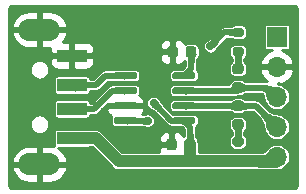
<source format=gbr>
%TF.GenerationSoftware,KiCad,Pcbnew,(5.1.10)-1*%
%TF.CreationDate,2021-10-08T00:02:28+08:00*%
%TF.ProjectId,Usb-ttl,5573622d-7474-46c2-9e6b-696361645f70,rev?*%
%TF.SameCoordinates,Original*%
%TF.FileFunction,Copper,L1,Top*%
%TF.FilePolarity,Positive*%
%FSLAX46Y46*%
G04 Gerber Fmt 4.6, Leading zero omitted, Abs format (unit mm)*
G04 Created by KiCad (PCBNEW (5.1.10)-1) date 2021-10-08 00:02:28*
%MOMM*%
%LPD*%
G01*
G04 APERTURE LIST*
%TA.AperFunction,ComponentPad*%
%ADD10O,1.700000X1.700000*%
%TD*%
%TA.AperFunction,ComponentPad*%
%ADD11R,1.700000X1.700000*%
%TD*%
%TA.AperFunction,SMDPad,CuDef*%
%ADD12R,2.500000X1.100000*%
%TD*%
%TA.AperFunction,ComponentPad*%
%ADD13O,3.500000X1.900000*%
%TD*%
%TA.AperFunction,ViaPad*%
%ADD14C,0.700000*%
%TD*%
%TA.AperFunction,Conductor*%
%ADD15C,0.500000*%
%TD*%
%TA.AperFunction,Conductor*%
%ADD16C,1.000000*%
%TD*%
%TA.AperFunction,Conductor*%
%ADD17C,0.254000*%
%TD*%
%TA.AperFunction,Conductor*%
%ADD18C,0.100000*%
%TD*%
%TA.AperFunction,Conductor*%
%ADD19C,0.025400*%
%TD*%
G04 APERTURE END LIST*
%TO.P,D2,2*%
%TO.N,Net-(D2-Pad2)*%
%TA.AperFunction,SMDPad,CuDef*%
G36*
G01*
X119956250Y-90062500D02*
X119443750Y-90062500D01*
G75*
G02*
X119225000Y-89843750I0J218750D01*
G01*
X119225000Y-89406250D01*
G75*
G02*
X119443750Y-89187500I218750J0D01*
G01*
X119956250Y-89187500D01*
G75*
G02*
X120175000Y-89406250I0J-218750D01*
G01*
X120175000Y-89843750D01*
G75*
G02*
X119956250Y-90062500I-218750J0D01*
G01*
G37*
%TD.AperFunction*%
%TO.P,D2,1*%
%TO.N,/RXD*%
%TA.AperFunction,SMDPad,CuDef*%
G36*
G01*
X119956250Y-91637500D02*
X119443750Y-91637500D01*
G75*
G02*
X119225000Y-91418750I0J218750D01*
G01*
X119225000Y-90981250D01*
G75*
G02*
X119443750Y-90762500I218750J0D01*
G01*
X119956250Y-90762500D01*
G75*
G02*
X120175000Y-90981250I0J-218750D01*
G01*
X120175000Y-91418750D01*
G75*
G02*
X119956250Y-91637500I-218750J0D01*
G01*
G37*
%TD.AperFunction*%
%TD*%
%TO.P,D1,1*%
%TO.N,/TXD*%
%TA.AperFunction,SMDPad,CuDef*%
G36*
G01*
X119443750Y-92300000D02*
X119956250Y-92300000D01*
G75*
G02*
X120175000Y-92518750I0J-218750D01*
G01*
X120175000Y-92956250D01*
G75*
G02*
X119956250Y-93175000I-218750J0D01*
G01*
X119443750Y-93175000D01*
G75*
G02*
X119225000Y-92956250I0J218750D01*
G01*
X119225000Y-92518750D01*
G75*
G02*
X119443750Y-92300000I218750J0D01*
G01*
G37*
%TD.AperFunction*%
%TO.P,D1,2*%
%TO.N,Net-(D1-Pad2)*%
%TA.AperFunction,SMDPad,CuDef*%
G36*
G01*
X119443750Y-93875000D02*
X119956250Y-93875000D01*
G75*
G02*
X120175000Y-94093750I0J-218750D01*
G01*
X120175000Y-94531250D01*
G75*
G02*
X119956250Y-94750000I-218750J0D01*
G01*
X119443750Y-94750000D01*
G75*
G02*
X119225000Y-94531250I0J218750D01*
G01*
X119225000Y-94093750D01*
G75*
G02*
X119443750Y-93875000I218750J0D01*
G01*
G37*
%TD.AperFunction*%
%TD*%
%TO.P,U1,1*%
%TO.N,/D+*%
%TA.AperFunction,SMDPad,CuDef*%
G36*
G01*
X109200000Y-90345000D02*
X109200000Y-90045000D01*
G75*
G02*
X109350000Y-89895000I150000J0D01*
G01*
X111000000Y-89895000D01*
G75*
G02*
X111150000Y-90045000I0J-150000D01*
G01*
X111150000Y-90345000D01*
G75*
G02*
X111000000Y-90495000I-150000J0D01*
G01*
X109350000Y-90495000D01*
G75*
G02*
X109200000Y-90345000I0J150000D01*
G01*
G37*
%TD.AperFunction*%
%TO.P,U1,2*%
%TO.N,/D-*%
%TA.AperFunction,SMDPad,CuDef*%
G36*
G01*
X109200000Y-91615000D02*
X109200000Y-91315000D01*
G75*
G02*
X109350000Y-91165000I150000J0D01*
G01*
X111000000Y-91165000D01*
G75*
G02*
X111150000Y-91315000I0J-150000D01*
G01*
X111150000Y-91615000D01*
G75*
G02*
X111000000Y-91765000I-150000J0D01*
G01*
X109350000Y-91765000D01*
G75*
G02*
X109200000Y-91615000I0J150000D01*
G01*
G37*
%TD.AperFunction*%
%TO.P,U1,3*%
%TO.N,GND*%
%TA.AperFunction,SMDPad,CuDef*%
G36*
G01*
X109200000Y-92885000D02*
X109200000Y-92585000D01*
G75*
G02*
X109350000Y-92435000I150000J0D01*
G01*
X111000000Y-92435000D01*
G75*
G02*
X111150000Y-92585000I0J-150000D01*
G01*
X111150000Y-92885000D01*
G75*
G02*
X111000000Y-93035000I-150000J0D01*
G01*
X109350000Y-93035000D01*
G75*
G02*
X109200000Y-92885000I0J150000D01*
G01*
G37*
%TD.AperFunction*%
%TO.P,U1,4*%
%TO.N,/RTS*%
%TA.AperFunction,SMDPad,CuDef*%
G36*
G01*
X109200000Y-94155000D02*
X109200000Y-93855000D01*
G75*
G02*
X109350000Y-93705000I150000J0D01*
G01*
X111000000Y-93705000D01*
G75*
G02*
X111150000Y-93855000I0J-150000D01*
G01*
X111150000Y-94155000D01*
G75*
G02*
X111000000Y-94305000I-150000J0D01*
G01*
X109350000Y-94305000D01*
G75*
G02*
X109200000Y-94155000I0J150000D01*
G01*
G37*
%TD.AperFunction*%
%TO.P,U1,5*%
%TO.N,+5V*%
%TA.AperFunction,SMDPad,CuDef*%
G36*
G01*
X114150000Y-94155000D02*
X114150000Y-93855000D01*
G75*
G02*
X114300000Y-93705000I150000J0D01*
G01*
X115950000Y-93705000D01*
G75*
G02*
X116100000Y-93855000I0J-150000D01*
G01*
X116100000Y-94155000D01*
G75*
G02*
X115950000Y-94305000I-150000J0D01*
G01*
X114300000Y-94305000D01*
G75*
G02*
X114150000Y-94155000I0J150000D01*
G01*
G37*
%TD.AperFunction*%
%TO.P,U1,6*%
%TO.N,/TXD*%
%TA.AperFunction,SMDPad,CuDef*%
G36*
G01*
X114150000Y-92885000D02*
X114150000Y-92585000D01*
G75*
G02*
X114300000Y-92435000I150000J0D01*
G01*
X115950000Y-92435000D01*
G75*
G02*
X116100000Y-92585000I0J-150000D01*
G01*
X116100000Y-92885000D01*
G75*
G02*
X115950000Y-93035000I-150000J0D01*
G01*
X114300000Y-93035000D01*
G75*
G02*
X114150000Y-92885000I0J150000D01*
G01*
G37*
%TD.AperFunction*%
%TO.P,U1,7*%
%TO.N,/RXD*%
%TA.AperFunction,SMDPad,CuDef*%
G36*
G01*
X114150000Y-91615000D02*
X114150000Y-91315000D01*
G75*
G02*
X114300000Y-91165000I150000J0D01*
G01*
X115950000Y-91165000D01*
G75*
G02*
X116100000Y-91315000I0J-150000D01*
G01*
X116100000Y-91615000D01*
G75*
G02*
X115950000Y-91765000I-150000J0D01*
G01*
X114300000Y-91765000D01*
G75*
G02*
X114150000Y-91615000I0J150000D01*
G01*
G37*
%TD.AperFunction*%
%TO.P,U1,8*%
%TO.N,Net-(C2-Pad1)*%
%TA.AperFunction,SMDPad,CuDef*%
G36*
G01*
X114150000Y-90345000D02*
X114150000Y-90045000D01*
G75*
G02*
X114300000Y-89895000I150000J0D01*
G01*
X115950000Y-89895000D01*
G75*
G02*
X116100000Y-90045000I0J-150000D01*
G01*
X116100000Y-90345000D01*
G75*
G02*
X115950000Y-90495000I-150000J0D01*
G01*
X114300000Y-90495000D01*
G75*
G02*
X114150000Y-90345000I0J150000D01*
G01*
G37*
%TD.AperFunction*%
%TD*%
%TO.P,R2,2*%
%TO.N,Net-(D2-Pad2)*%
%TA.AperFunction,SMDPad,CuDef*%
G36*
G01*
X119450000Y-87775000D02*
X120000000Y-87775000D01*
G75*
G02*
X120200000Y-87975000I0J-200000D01*
G01*
X120200000Y-88375000D01*
G75*
G02*
X120000000Y-88575000I-200000J0D01*
G01*
X119450000Y-88575000D01*
G75*
G02*
X119250000Y-88375000I0J200000D01*
G01*
X119250000Y-87975000D01*
G75*
G02*
X119450000Y-87775000I200000J0D01*
G01*
G37*
%TD.AperFunction*%
%TO.P,R2,1*%
%TO.N,+5V*%
%TA.AperFunction,SMDPad,CuDef*%
G36*
G01*
X119450000Y-86125000D02*
X120000000Y-86125000D01*
G75*
G02*
X120200000Y-86325000I0J-200000D01*
G01*
X120200000Y-86725000D01*
G75*
G02*
X120000000Y-86925000I-200000J0D01*
G01*
X119450000Y-86925000D01*
G75*
G02*
X119250000Y-86725000I0J200000D01*
G01*
X119250000Y-86325000D01*
G75*
G02*
X119450000Y-86125000I200000J0D01*
G01*
G37*
%TD.AperFunction*%
%TD*%
%TO.P,R1,2*%
%TO.N,Net-(D1-Pad2)*%
%TA.AperFunction,SMDPad,CuDef*%
G36*
G01*
X119975000Y-96200000D02*
X119425000Y-96200000D01*
G75*
G02*
X119225000Y-96000000I0J200000D01*
G01*
X119225000Y-95600000D01*
G75*
G02*
X119425000Y-95400000I200000J0D01*
G01*
X119975000Y-95400000D01*
G75*
G02*
X120175000Y-95600000I0J-200000D01*
G01*
X120175000Y-96000000D01*
G75*
G02*
X119975000Y-96200000I-200000J0D01*
G01*
G37*
%TD.AperFunction*%
%TO.P,R1,1*%
%TO.N,+5V*%
%TA.AperFunction,SMDPad,CuDef*%
G36*
G01*
X119975000Y-97850000D02*
X119425000Y-97850000D01*
G75*
G02*
X119225000Y-97650000I0J200000D01*
G01*
X119225000Y-97250000D01*
G75*
G02*
X119425000Y-97050000I200000J0D01*
G01*
X119975000Y-97050000D01*
G75*
G02*
X120175000Y-97250000I0J-200000D01*
G01*
X120175000Y-97650000D01*
G75*
G02*
X119975000Y-97850000I-200000J0D01*
G01*
G37*
%TD.AperFunction*%
%TD*%
D10*
%TO.P,J2,5*%
%TO.N,+5V*%
X123000000Y-97080000D03*
%TO.P,J2,4*%
%TO.N,/TXD*%
X123000000Y-94540000D03*
%TO.P,J2,3*%
%TO.N,/RXD*%
X123000000Y-92000000D03*
%TO.P,J2,2*%
%TO.N,GND*%
X123000000Y-89460000D03*
D11*
%TO.P,J2,1*%
%TO.N,/RTS*%
X123000000Y-86920000D03*
%TD*%
D12*
%TO.P,J1,2*%
%TO.N,/D-*%
X105650000Y-93000000D03*
%TO.P,J1,3*%
%TO.N,/D+*%
X105650000Y-91000000D03*
%TO.P,J1,1*%
%TO.N,+5V*%
X105650000Y-95500000D03*
%TO.P,J1,4*%
%TO.N,GND*%
X105650000Y-88500000D03*
D13*
%TO.P,J1,5*%
X102900000Y-97700000D03*
X102900000Y-86300000D03*
%TD*%
%TO.P,C2,2*%
%TO.N,GND*%
%TA.AperFunction,SMDPad,CuDef*%
G36*
G01*
X114625000Y-87925000D02*
X114625000Y-88425000D01*
G75*
G02*
X114400000Y-88650000I-225000J0D01*
G01*
X113950000Y-88650000D01*
G75*
G02*
X113725000Y-88425000I0J225000D01*
G01*
X113725000Y-87925000D01*
G75*
G02*
X113950000Y-87700000I225000J0D01*
G01*
X114400000Y-87700000D01*
G75*
G02*
X114625000Y-87925000I0J-225000D01*
G01*
G37*
%TD.AperFunction*%
%TO.P,C2,1*%
%TO.N,Net-(C2-Pad1)*%
%TA.AperFunction,SMDPad,CuDef*%
G36*
G01*
X116175000Y-87925000D02*
X116175000Y-88425000D01*
G75*
G02*
X115950000Y-88650000I-225000J0D01*
G01*
X115500000Y-88650000D01*
G75*
G02*
X115275000Y-88425000I0J225000D01*
G01*
X115275000Y-87925000D01*
G75*
G02*
X115500000Y-87700000I225000J0D01*
G01*
X115950000Y-87700000D01*
G75*
G02*
X116175000Y-87925000I0J-225000D01*
G01*
G37*
%TD.AperFunction*%
%TD*%
%TO.P,C1,2*%
%TO.N,GND*%
%TA.AperFunction,SMDPad,CuDef*%
G36*
G01*
X114525000Y-95775000D02*
X114525000Y-96275000D01*
G75*
G02*
X114300000Y-96500000I-225000J0D01*
G01*
X113850000Y-96500000D01*
G75*
G02*
X113625000Y-96275000I0J225000D01*
G01*
X113625000Y-95775000D01*
G75*
G02*
X113850000Y-95550000I225000J0D01*
G01*
X114300000Y-95550000D01*
G75*
G02*
X114525000Y-95775000I0J-225000D01*
G01*
G37*
%TD.AperFunction*%
%TO.P,C1,1*%
%TO.N,+5V*%
%TA.AperFunction,SMDPad,CuDef*%
G36*
G01*
X116075000Y-95775000D02*
X116075000Y-96275000D01*
G75*
G02*
X115850000Y-96500000I-225000J0D01*
G01*
X115400000Y-96500000D01*
G75*
G02*
X115175000Y-96275000I0J225000D01*
G01*
X115175000Y-95775000D01*
G75*
G02*
X115400000Y-95550000I225000J0D01*
G01*
X115850000Y-95550000D01*
G75*
G02*
X116075000Y-95775000I0J-225000D01*
G01*
G37*
%TD.AperFunction*%
%TD*%
D14*
%TO.N,+5V*%
X112557162Y-92507162D03*
X117369662Y-87694662D03*
%TO.N,/RTS*%
X112050000Y-94025000D03*
%TD*%
D15*
%TO.N,GND*%
X114175000Y-88175000D02*
X114175000Y-87925000D01*
D16*
%TO.N,+5V*%
X105650000Y-95500000D02*
X107650000Y-95500000D01*
X107650000Y-95500000D02*
X109600000Y-97450000D01*
X115625000Y-96025000D02*
X115625000Y-97375000D01*
X109600000Y-97450000D02*
X115700000Y-97450000D01*
D15*
X115625000Y-94505000D02*
X115125000Y-94005000D01*
X115625000Y-96025000D02*
X115625000Y-94505000D01*
D16*
X115700000Y-97450000D02*
X115625000Y-97375000D01*
X119700000Y-97450000D02*
X115700000Y-97450000D01*
X122630000Y-97450000D02*
X123000000Y-97080000D01*
X119700000Y-97450000D02*
X122630000Y-97450000D01*
D15*
X118539324Y-86525000D02*
X117369662Y-87694662D01*
X115125000Y-94005000D02*
X114055000Y-94005000D01*
X114055000Y-94005000D02*
X112557162Y-92507162D01*
X119725000Y-86525000D02*
X118539324Y-86525000D01*
%TO.N,Net-(C2-Pad1)*%
X115725000Y-89595000D02*
X115125000Y-90195000D01*
X115725000Y-88175000D02*
X115725000Y-89595000D01*
%TO.N,Net-(D1-Pad2)*%
X119700000Y-95800000D02*
X119700000Y-94312500D01*
%TO.N,/TXD*%
X122760000Y-94300000D02*
X123000000Y-94540000D01*
X119697500Y-92735000D02*
X119700000Y-92737500D01*
X115125000Y-92735000D02*
X119697500Y-92735000D01*
X121197500Y-92737500D02*
X123000000Y-94540000D01*
X119700000Y-92737500D02*
X121197500Y-92737500D01*
%TO.N,Net-(D2-Pad2)*%
X119700000Y-88200000D02*
X119725000Y-88175000D01*
X119700000Y-89625000D02*
X119700000Y-88200000D01*
%TO.N,/RXD*%
X119522500Y-91465000D02*
X119700000Y-91287500D01*
X119435000Y-91465000D02*
X119700000Y-91200000D01*
X115125000Y-91465000D02*
X119435000Y-91465000D01*
X122200000Y-91200000D02*
X123000000Y-92000000D01*
X119700000Y-91200000D02*
X122200000Y-91200000D01*
%TO.N,/RTS*%
X112030000Y-94005000D02*
X112050000Y-94025000D01*
X110175000Y-94005000D02*
X112030000Y-94005000D01*
%TO.N,/D+*%
X105650000Y-91000000D02*
X107675000Y-91000000D01*
X108480000Y-90195000D02*
X110175000Y-90195000D01*
X107675000Y-91000000D02*
X108480000Y-90195000D01*
%TO.N,/D-*%
X105650000Y-93000000D02*
X107525000Y-93000000D01*
X109060000Y-91465000D02*
X110175000Y-91465000D01*
X107525000Y-93000000D02*
X109060000Y-91465000D01*
%TD*%
D17*
%TO.N,GND*%
X124616870Y-84383130D02*
X124698001Y-84481988D01*
X124698000Y-99518013D01*
X124616870Y-99616870D01*
X124518013Y-99698000D01*
X100481987Y-99698000D01*
X100383130Y-99616870D01*
X100302000Y-99518013D01*
X100302000Y-98072588D01*
X100559414Y-98072588D01*
X100587051Y-98189221D01*
X100711564Y-98474983D01*
X100889434Y-98730962D01*
X101113825Y-98947322D01*
X101376114Y-99115748D01*
X101666222Y-99229768D01*
X101973000Y-99285000D01*
X102773000Y-99285000D01*
X102773000Y-97827000D01*
X103027000Y-97827000D01*
X103027000Y-99285000D01*
X103827000Y-99285000D01*
X104133778Y-99229768D01*
X104423886Y-99115748D01*
X104686175Y-98947322D01*
X104910566Y-98730962D01*
X105088436Y-98474983D01*
X105212949Y-98189221D01*
X105240586Y-98072588D01*
X105120584Y-97827000D01*
X103027000Y-97827000D01*
X102773000Y-97827000D01*
X100679416Y-97827000D01*
X100559414Y-98072588D01*
X100302000Y-98072588D01*
X100302000Y-97327412D01*
X100559414Y-97327412D01*
X100679416Y-97573000D01*
X102773000Y-97573000D01*
X102773000Y-96115000D01*
X103027000Y-96115000D01*
X103027000Y-97573000D01*
X105120584Y-97573000D01*
X105240586Y-97327412D01*
X105212949Y-97210779D01*
X105088436Y-96925017D01*
X104910566Y-96669038D01*
X104686175Y-96452678D01*
X104492544Y-96328340D01*
X106900000Y-96328340D01*
X106954301Y-96322992D01*
X107006516Y-96307153D01*
X107054637Y-96281431D01*
X107060036Y-96277000D01*
X107328157Y-96277000D01*
X109023592Y-97972436D01*
X109047920Y-98002080D01*
X109077564Y-98026408D01*
X109077565Y-98026409D01*
X109166233Y-98099177D01*
X109286928Y-98163690D01*
X109301216Y-98171327D01*
X109447681Y-98215757D01*
X109561834Y-98227000D01*
X109561843Y-98227000D01*
X109599999Y-98230758D01*
X109638155Y-98227000D01*
X115661836Y-98227000D01*
X115699999Y-98230759D01*
X115738163Y-98227000D01*
X122591837Y-98227000D01*
X122630000Y-98230759D01*
X122668163Y-98227000D01*
X122668166Y-98227000D01*
X122782319Y-98215757D01*
X122810444Y-98207225D01*
X122826368Y-98207095D01*
X122988981Y-98207000D01*
X123111000Y-98207000D01*
X123328734Y-98163690D01*
X123533835Y-98078734D01*
X123718421Y-97955398D01*
X123875398Y-97798421D01*
X123998734Y-97613835D01*
X124083690Y-97408734D01*
X124127000Y-97191000D01*
X124127000Y-96969000D01*
X124083690Y-96751266D01*
X123998734Y-96546165D01*
X123875398Y-96361579D01*
X123718421Y-96204602D01*
X123533835Y-96081266D01*
X123328734Y-95996310D01*
X123111000Y-95953000D01*
X122889000Y-95953000D01*
X122671266Y-95996310D01*
X122466165Y-96081266D01*
X122281579Y-96204602D01*
X122124602Y-96361579D01*
X122095785Y-96404707D01*
X122056940Y-96450923D01*
X122001550Y-96508119D01*
X121950794Y-96551518D01*
X121901966Y-96584428D01*
X121850496Y-96610406D01*
X121790583Y-96631824D01*
X121716783Y-96649292D01*
X121625172Y-96662324D01*
X121513261Y-96670300D01*
X121377272Y-96673000D01*
X116402000Y-96673000D01*
X116402000Y-95986834D01*
X116390757Y-95872681D01*
X116349597Y-95736994D01*
X116343668Y-95676803D01*
X116315026Y-95582380D01*
X116268512Y-95495359D01*
X116205915Y-95419085D01*
X116164017Y-95384700D01*
X116161219Y-95364422D01*
X116156125Y-95302789D01*
X116153035Y-95226949D01*
X116152000Y-95133469D01*
X116152000Y-94530881D01*
X116152052Y-94530352D01*
X116187973Y-94511152D01*
X116252882Y-94457882D01*
X116306152Y-94392973D01*
X116345735Y-94318919D01*
X116370110Y-94238565D01*
X116378340Y-94155000D01*
X116378340Y-94093750D01*
X118946660Y-94093750D01*
X118946660Y-94531250D01*
X118956211Y-94628227D01*
X118984499Y-94721478D01*
X119030435Y-94807418D01*
X119092254Y-94882746D01*
X119163519Y-94941231D01*
X119165045Y-94953523D01*
X119169502Y-95014623D01*
X119172142Y-95089612D01*
X119172332Y-95109943D01*
X119171272Y-95165477D01*
X119169880Y-95196593D01*
X119159249Y-95202275D01*
X119086763Y-95261763D01*
X119027275Y-95334249D01*
X118983071Y-95416947D01*
X118955851Y-95506680D01*
X118946660Y-95600000D01*
X118946660Y-96000000D01*
X118955851Y-96093320D01*
X118983071Y-96183053D01*
X119027275Y-96265751D01*
X119086763Y-96338237D01*
X119159249Y-96397725D01*
X119241947Y-96441929D01*
X119331680Y-96469149D01*
X119425000Y-96478340D01*
X119975000Y-96478340D01*
X120068320Y-96469149D01*
X120158053Y-96441929D01*
X120240751Y-96397725D01*
X120313237Y-96338237D01*
X120372725Y-96265751D01*
X120416929Y-96183053D01*
X120444149Y-96093320D01*
X120453340Y-96000000D01*
X120453340Y-95600000D01*
X120444149Y-95506680D01*
X120416929Y-95416947D01*
X120372725Y-95334249D01*
X120313237Y-95261763D01*
X120240751Y-95202275D01*
X120230119Y-95196592D01*
X120228727Y-95165477D01*
X120227667Y-95109951D01*
X120227857Y-95089611D01*
X120230497Y-95014623D01*
X120234954Y-94953523D01*
X120236480Y-94941232D01*
X120307746Y-94882746D01*
X120369565Y-94807418D01*
X120415501Y-94721478D01*
X120443789Y-94628227D01*
X120453340Y-94531250D01*
X120453340Y-94093750D01*
X120443789Y-93996773D01*
X120415501Y-93903522D01*
X120369565Y-93817582D01*
X120307746Y-93742254D01*
X120232418Y-93680435D01*
X120146478Y-93634499D01*
X120053227Y-93606211D01*
X119956250Y-93596660D01*
X119443750Y-93596660D01*
X119346773Y-93606211D01*
X119253522Y-93634499D01*
X119167582Y-93680435D01*
X119092254Y-93742254D01*
X119030435Y-93817582D01*
X118984499Y-93903522D01*
X118956211Y-93996773D01*
X118946660Y-94093750D01*
X116378340Y-94093750D01*
X116378340Y-93855000D01*
X116370110Y-93771435D01*
X116345735Y-93691081D01*
X116306152Y-93617027D01*
X116252882Y-93552118D01*
X116187973Y-93498848D01*
X116113919Y-93459265D01*
X116033565Y-93434890D01*
X115950000Y-93426660D01*
X114300000Y-93426660D01*
X114228948Y-93433658D01*
X113380290Y-92585000D01*
X113871660Y-92585000D01*
X113871660Y-92885000D01*
X113879890Y-92968565D01*
X113904265Y-93048919D01*
X113943848Y-93122973D01*
X113997118Y-93187882D01*
X114062027Y-93241152D01*
X114136081Y-93280735D01*
X114216435Y-93305110D01*
X114300000Y-93313340D01*
X115950000Y-93313340D01*
X116033565Y-93305110D01*
X116113919Y-93280735D01*
X116148969Y-93262000D01*
X118828700Y-93262000D01*
X118920498Y-93262857D01*
X118995503Y-93265499D01*
X119056634Y-93269969D01*
X119061778Y-93270610D01*
X119092254Y-93307746D01*
X119167582Y-93369565D01*
X119253522Y-93415501D01*
X119346773Y-93443789D01*
X119443750Y-93453340D01*
X119956250Y-93453340D01*
X120053227Y-93443789D01*
X120146478Y-93415501D01*
X120232418Y-93369565D01*
X120307746Y-93307746D01*
X120336220Y-93273050D01*
X120341023Y-93272454D01*
X120402123Y-93267997D01*
X120477111Y-93265357D01*
X120568806Y-93264500D01*
X120979211Y-93264500D01*
X121428667Y-93713956D01*
X121548880Y-93843511D01*
X121632110Y-93951272D01*
X121689511Y-94045059D01*
X121729619Y-94131956D01*
X121759723Y-94221173D01*
X121785071Y-94321418D01*
X121809985Y-94438043D01*
X121810168Y-94438893D01*
X121838679Y-94570335D01*
X121840900Y-94579773D01*
X121877708Y-94724769D01*
X121881873Y-94739464D01*
X121905747Y-94815628D01*
X121916310Y-94868734D01*
X122001266Y-95073835D01*
X122124602Y-95258421D01*
X122281579Y-95415398D01*
X122466165Y-95538734D01*
X122671266Y-95623690D01*
X122889000Y-95667000D01*
X123111000Y-95667000D01*
X123328734Y-95623690D01*
X123533835Y-95538734D01*
X123718421Y-95415398D01*
X123875398Y-95258421D01*
X123998734Y-95073835D01*
X124083690Y-94868734D01*
X124127000Y-94651000D01*
X124127000Y-94429000D01*
X124083690Y-94211266D01*
X123998734Y-94006165D01*
X123875398Y-93821579D01*
X123718421Y-93664602D01*
X123533835Y-93541266D01*
X123328734Y-93456310D01*
X123275628Y-93445747D01*
X123199464Y-93421873D01*
X123184769Y-93417708D01*
X123039773Y-93380900D01*
X123030335Y-93378679D01*
X122898893Y-93350168D01*
X122898043Y-93349985D01*
X122781418Y-93325071D01*
X122681173Y-93299723D01*
X122591956Y-93269619D01*
X122505059Y-93229511D01*
X122411272Y-93172110D01*
X122303511Y-93088880D01*
X122173956Y-92968667D01*
X121588455Y-92383166D01*
X121571948Y-92363052D01*
X121491702Y-92297196D01*
X121400150Y-92248261D01*
X121300810Y-92218126D01*
X121223381Y-92210500D01*
X121197500Y-92207951D01*
X121171619Y-92210500D01*
X120568811Y-92210500D01*
X120477112Y-92209642D01*
X120402123Y-92207002D01*
X120341023Y-92202545D01*
X120336219Y-92201949D01*
X120307746Y-92167254D01*
X120232418Y-92105435D01*
X120146478Y-92059499D01*
X120053227Y-92031211D01*
X119956250Y-92021660D01*
X119443750Y-92021660D01*
X119346773Y-92031211D01*
X119253522Y-92059499D01*
X119167582Y-92105435D01*
X119092254Y-92167254D01*
X119065969Y-92199283D01*
X119058691Y-92200167D01*
X118996869Y-92204567D01*
X118921178Y-92207161D01*
X118828698Y-92208000D01*
X116148969Y-92208000D01*
X116113919Y-92189265D01*
X116033565Y-92164890D01*
X115950000Y-92156660D01*
X114300000Y-92156660D01*
X114216435Y-92164890D01*
X114136081Y-92189265D01*
X114062027Y-92228848D01*
X113997118Y-92282118D01*
X113943848Y-92347027D01*
X113904265Y-92421081D01*
X113879890Y-92501435D01*
X113871660Y-92585000D01*
X113380290Y-92585000D01*
X113260487Y-92465198D01*
X113241875Y-92445722D01*
X113216532Y-92417225D01*
X113197514Y-92393423D01*
X113183165Y-92372705D01*
X113171452Y-92352565D01*
X113161578Y-92331868D01*
X113160067Y-92324273D01*
X113112802Y-92210166D01*
X113044185Y-92107473D01*
X112956851Y-92020139D01*
X112854158Y-91951522D01*
X112740051Y-91904257D01*
X112618916Y-91880162D01*
X112495408Y-91880162D01*
X112374273Y-91904257D01*
X112260166Y-91951522D01*
X112157473Y-92020139D01*
X112070139Y-92107473D01*
X112001522Y-92210166D01*
X111954257Y-92324273D01*
X111930162Y-92445408D01*
X111930162Y-92568916D01*
X111954257Y-92690051D01*
X112001522Y-92804158D01*
X112070139Y-92906851D01*
X112157473Y-92994185D01*
X112260166Y-93062802D01*
X112374273Y-93110067D01*
X112381868Y-93111578D01*
X112402565Y-93121452D01*
X112422705Y-93133165D01*
X112443423Y-93147514D01*
X112467225Y-93166532D01*
X112495722Y-93191875D01*
X112515198Y-93210487D01*
X113664053Y-94359344D01*
X113680552Y-94379448D01*
X113760798Y-94445304D01*
X113852350Y-94494239D01*
X113951690Y-94524374D01*
X114010600Y-94530176D01*
X114055000Y-94534549D01*
X114080881Y-94532000D01*
X114101031Y-94532000D01*
X114136081Y-94550735D01*
X114216435Y-94575110D01*
X114300000Y-94583340D01*
X114958050Y-94583340D01*
X115098001Y-94723291D01*
X115098001Y-95133413D01*
X115096964Y-95226949D01*
X115095220Y-95269747D01*
X115055537Y-95195506D01*
X114976185Y-95098815D01*
X114879494Y-95019463D01*
X114769180Y-94960498D01*
X114649482Y-94924188D01*
X114525000Y-94911928D01*
X114360750Y-94915000D01*
X114202000Y-95073750D01*
X114202000Y-95898000D01*
X114222000Y-95898000D01*
X114222000Y-96152000D01*
X114202000Y-96152000D01*
X114202000Y-96172000D01*
X113948000Y-96172000D01*
X113948000Y-96152000D01*
X113148750Y-96152000D01*
X112990000Y-96310750D01*
X112986928Y-96500000D01*
X112999188Y-96624482D01*
X113013906Y-96673000D01*
X109921844Y-96673000D01*
X108798844Y-95550000D01*
X112986928Y-95550000D01*
X112990000Y-95739250D01*
X113148750Y-95898000D01*
X113948000Y-95898000D01*
X113948000Y-95073750D01*
X113789250Y-94915000D01*
X113625000Y-94911928D01*
X113500518Y-94924188D01*
X113380820Y-94960498D01*
X113270506Y-95019463D01*
X113173815Y-95098815D01*
X113094463Y-95195506D01*
X113035498Y-95305820D01*
X112999188Y-95425518D01*
X112986928Y-95550000D01*
X108798844Y-95550000D01*
X108226412Y-94977569D01*
X108202080Y-94947920D01*
X108083766Y-94850823D01*
X107948784Y-94778673D01*
X107802319Y-94734243D01*
X107688166Y-94723000D01*
X107688163Y-94723000D01*
X107650000Y-94719241D01*
X107611837Y-94723000D01*
X107060036Y-94723000D01*
X107054637Y-94718569D01*
X107006516Y-94692847D01*
X106954301Y-94677008D01*
X106900000Y-94671660D01*
X104400000Y-94671660D01*
X104345699Y-94677008D01*
X104293484Y-94692847D01*
X104245363Y-94718569D01*
X104203184Y-94753184D01*
X104168569Y-94795363D01*
X104142847Y-94843484D01*
X104127008Y-94895699D01*
X104121660Y-94950000D01*
X104121660Y-96050000D01*
X104127008Y-96104301D01*
X104142847Y-96156516D01*
X104154540Y-96178392D01*
X104133778Y-96170232D01*
X103827000Y-96115000D01*
X103027000Y-96115000D01*
X102773000Y-96115000D01*
X101973000Y-96115000D01*
X101666222Y-96170232D01*
X101376114Y-96284252D01*
X101113825Y-96452678D01*
X100889434Y-96669038D01*
X100711564Y-96925017D01*
X100587051Y-97210779D01*
X100559414Y-97327412D01*
X100302000Y-97327412D01*
X100302000Y-94218548D01*
X102073000Y-94218548D01*
X102073000Y-94381452D01*
X102104782Y-94541227D01*
X102167123Y-94691731D01*
X102257628Y-94827181D01*
X102372819Y-94942372D01*
X102508269Y-95032877D01*
X102658773Y-95095218D01*
X102818548Y-95127000D01*
X102981452Y-95127000D01*
X103141227Y-95095218D01*
X103291731Y-95032877D01*
X103427181Y-94942372D01*
X103542372Y-94827181D01*
X103632877Y-94691731D01*
X103695218Y-94541227D01*
X103727000Y-94381452D01*
X103727000Y-94218548D01*
X103695218Y-94058773D01*
X103632877Y-93908269D01*
X103542372Y-93772819D01*
X103427181Y-93657628D01*
X103291731Y-93567123D01*
X103141227Y-93504782D01*
X102981452Y-93473000D01*
X102818548Y-93473000D01*
X102658773Y-93504782D01*
X102508269Y-93567123D01*
X102372819Y-93657628D01*
X102257628Y-93772819D01*
X102167123Y-93908269D01*
X102104782Y-94058773D01*
X102073000Y-94218548D01*
X100302000Y-94218548D01*
X100302000Y-92450000D01*
X104121660Y-92450000D01*
X104121660Y-93550000D01*
X104127008Y-93604301D01*
X104142847Y-93656516D01*
X104168569Y-93704637D01*
X104203184Y-93746816D01*
X104245363Y-93781431D01*
X104293484Y-93807153D01*
X104345699Y-93822992D01*
X104400000Y-93828340D01*
X106900000Y-93828340D01*
X106954301Y-93822992D01*
X107006516Y-93807153D01*
X107054637Y-93781431D01*
X107096816Y-93746816D01*
X107131431Y-93704637D01*
X107157153Y-93656516D01*
X107172992Y-93604301D01*
X107178340Y-93550000D01*
X107178340Y-93527000D01*
X107499119Y-93527000D01*
X107525000Y-93529549D01*
X107550881Y-93527000D01*
X107628310Y-93519374D01*
X107727650Y-93489239D01*
X107819202Y-93440304D01*
X107899448Y-93374448D01*
X107915955Y-93354334D01*
X108235289Y-93035000D01*
X108561928Y-93035000D01*
X108574188Y-93159482D01*
X108610498Y-93279180D01*
X108669463Y-93389494D01*
X108748815Y-93486185D01*
X108845506Y-93565537D01*
X108955820Y-93624502D01*
X108985104Y-93633385D01*
X108954265Y-93691081D01*
X108929890Y-93771435D01*
X108921660Y-93855000D01*
X108921660Y-94155000D01*
X108929890Y-94238565D01*
X108954265Y-94318919D01*
X108993848Y-94392973D01*
X109047118Y-94457882D01*
X109112027Y-94511152D01*
X109186081Y-94550735D01*
X109266435Y-94575110D01*
X109350000Y-94583340D01*
X111000000Y-94583340D01*
X111083565Y-94575110D01*
X111163919Y-94550735D01*
X111198969Y-94532000D01*
X111515504Y-94532000D01*
X111547364Y-94532326D01*
X111592722Y-94533930D01*
X111628650Y-94536704D01*
X111656474Y-94540532D01*
X111678628Y-94545318D01*
X111698460Y-94551442D01*
X111719654Y-94560116D01*
X111730736Y-94565761D01*
X111753004Y-94580640D01*
X111867111Y-94627905D01*
X111988246Y-94652000D01*
X112111754Y-94652000D01*
X112232889Y-94627905D01*
X112346996Y-94580640D01*
X112449689Y-94512023D01*
X112537023Y-94424689D01*
X112605640Y-94321996D01*
X112652905Y-94207889D01*
X112677000Y-94086754D01*
X112677000Y-93963246D01*
X112652905Y-93842111D01*
X112605640Y-93728004D01*
X112537023Y-93625311D01*
X112449689Y-93537977D01*
X112346996Y-93469360D01*
X112232889Y-93422095D01*
X112111754Y-93398000D01*
X111988246Y-93398000D01*
X111867111Y-93422095D01*
X111813710Y-93444215D01*
X111777763Y-93457775D01*
X111750194Y-93465933D01*
X111723754Y-93471599D01*
X111694795Y-93475640D01*
X111664448Y-93478000D01*
X111607902Y-93478000D01*
X111680537Y-93389494D01*
X111739502Y-93279180D01*
X111775812Y-93159482D01*
X111788072Y-93035000D01*
X111785000Y-93020750D01*
X111626250Y-92862000D01*
X110302000Y-92862000D01*
X110302000Y-92882000D01*
X110048000Y-92882000D01*
X110048000Y-92862000D01*
X108723750Y-92862000D01*
X108565000Y-93020750D01*
X108561928Y-93035000D01*
X108235289Y-93035000D01*
X108693020Y-92577270D01*
X108723750Y-92608000D01*
X110048000Y-92608000D01*
X110048000Y-92588000D01*
X110302000Y-92588000D01*
X110302000Y-92608000D01*
X111626250Y-92608000D01*
X111785000Y-92449250D01*
X111788072Y-92435000D01*
X111775812Y-92310518D01*
X111739502Y-92190820D01*
X111680537Y-92080506D01*
X111601185Y-91983815D01*
X111504494Y-91904463D01*
X111394180Y-91845498D01*
X111364896Y-91836615D01*
X111395735Y-91778919D01*
X111420110Y-91698565D01*
X111428340Y-91615000D01*
X111428340Y-91315000D01*
X113871660Y-91315000D01*
X113871660Y-91615000D01*
X113879890Y-91698565D01*
X113904265Y-91778919D01*
X113943848Y-91852973D01*
X113997118Y-91917882D01*
X114062027Y-91971152D01*
X114136081Y-92010735D01*
X114216435Y-92035110D01*
X114300000Y-92043340D01*
X115950000Y-92043340D01*
X116033565Y-92035110D01*
X116113919Y-92010735D01*
X116148969Y-91992000D01*
X119409119Y-91992000D01*
X119435000Y-91994549D01*
X119460881Y-91992000D01*
X119478750Y-91990240D01*
X119522500Y-91994549D01*
X119625809Y-91984374D01*
X119725149Y-91954239D01*
X119796989Y-91915840D01*
X119956250Y-91915840D01*
X120053227Y-91906289D01*
X120146478Y-91878001D01*
X120232418Y-91832065D01*
X120307746Y-91770246D01*
X120336220Y-91735550D01*
X120341023Y-91734954D01*
X120402123Y-91730497D01*
X120477111Y-91727857D01*
X120568806Y-91727000D01*
X121618754Y-91727000D01*
X121707869Y-91735133D01*
X121743418Y-91747072D01*
X121757263Y-91756734D01*
X121771511Y-91774405D01*
X121791859Y-91815878D01*
X121814426Y-91886019D01*
X121837175Y-91981506D01*
X121861231Y-92094289D01*
X121862490Y-92099905D01*
X121890790Y-92220271D01*
X121895129Y-92236501D01*
X121903534Y-92264506D01*
X121916310Y-92328734D01*
X122001266Y-92533835D01*
X122124602Y-92718421D01*
X122281579Y-92875398D01*
X122466165Y-92998734D01*
X122671266Y-93083690D01*
X122889000Y-93127000D01*
X123111000Y-93127000D01*
X123328734Y-93083690D01*
X123533835Y-92998734D01*
X123718421Y-92875398D01*
X123875398Y-92718421D01*
X123998734Y-92533835D01*
X124083690Y-92328734D01*
X124127000Y-92111000D01*
X124127000Y-91889000D01*
X124083690Y-91671266D01*
X123998734Y-91466165D01*
X123875398Y-91281579D01*
X123718421Y-91124602D01*
X123533835Y-91001266D01*
X123328734Y-90916310D01*
X123127002Y-90876183D01*
X123127002Y-90780815D01*
X123356891Y-90901481D01*
X123631252Y-90804157D01*
X123881355Y-90655178D01*
X124097588Y-90460269D01*
X124271641Y-90226920D01*
X124396825Y-89964099D01*
X124441476Y-89816890D01*
X124320155Y-89587000D01*
X123127000Y-89587000D01*
X123127000Y-89607000D01*
X122873000Y-89607000D01*
X122873000Y-89587000D01*
X121679845Y-89587000D01*
X121558524Y-89816890D01*
X121603175Y-89964099D01*
X121728359Y-90226920D01*
X121902412Y-90460269D01*
X122118645Y-90655178D01*
X122148564Y-90673000D01*
X120568811Y-90673000D01*
X120477112Y-90672142D01*
X120402123Y-90669502D01*
X120341023Y-90665045D01*
X120336219Y-90664449D01*
X120307746Y-90629754D01*
X120232418Y-90567935D01*
X120146478Y-90521999D01*
X120053227Y-90493711D01*
X119956250Y-90484160D01*
X119443750Y-90484160D01*
X119346773Y-90493711D01*
X119253522Y-90521999D01*
X119167582Y-90567935D01*
X119092254Y-90629754D01*
X119030435Y-90705082D01*
X118984499Y-90791022D01*
X118956211Y-90884273D01*
X118951053Y-90936645D01*
X118903564Y-90938000D01*
X116148969Y-90938000D01*
X116113919Y-90919265D01*
X116033565Y-90894890D01*
X115950000Y-90886660D01*
X114300000Y-90886660D01*
X114216435Y-90894890D01*
X114136081Y-90919265D01*
X114062027Y-90958848D01*
X113997118Y-91012118D01*
X113943848Y-91077027D01*
X113904265Y-91151081D01*
X113879890Y-91231435D01*
X113871660Y-91315000D01*
X111428340Y-91315000D01*
X111420110Y-91231435D01*
X111395735Y-91151081D01*
X111356152Y-91077027D01*
X111302882Y-91012118D01*
X111237973Y-90958848D01*
X111163919Y-90919265D01*
X111083565Y-90894890D01*
X111000000Y-90886660D01*
X109350000Y-90886660D01*
X109266435Y-90894890D01*
X109186081Y-90919265D01*
X109151031Y-90938000D01*
X109085881Y-90938000D01*
X109060000Y-90935451D01*
X109034119Y-90938000D01*
X108956690Y-90945626D01*
X108857350Y-90975761D01*
X108765798Y-91024696D01*
X108685552Y-91090552D01*
X108669053Y-91110656D01*
X107306711Y-92473000D01*
X107178340Y-92473000D01*
X107178340Y-92450000D01*
X107172992Y-92395699D01*
X107157153Y-92343484D01*
X107131431Y-92295363D01*
X107096816Y-92253184D01*
X107054637Y-92218569D01*
X107006516Y-92192847D01*
X106954301Y-92177008D01*
X106900000Y-92171660D01*
X104400000Y-92171660D01*
X104345699Y-92177008D01*
X104293484Y-92192847D01*
X104245363Y-92218569D01*
X104203184Y-92253184D01*
X104168569Y-92295363D01*
X104142847Y-92343484D01*
X104127008Y-92395699D01*
X104121660Y-92450000D01*
X100302000Y-92450000D01*
X100302000Y-89618548D01*
X102073000Y-89618548D01*
X102073000Y-89781452D01*
X102104782Y-89941227D01*
X102167123Y-90091731D01*
X102257628Y-90227181D01*
X102372819Y-90342372D01*
X102508269Y-90432877D01*
X102658773Y-90495218D01*
X102818548Y-90527000D01*
X102981452Y-90527000D01*
X103141227Y-90495218D01*
X103250392Y-90450000D01*
X104121660Y-90450000D01*
X104121660Y-91550000D01*
X104127008Y-91604301D01*
X104142847Y-91656516D01*
X104168569Y-91704637D01*
X104203184Y-91746816D01*
X104245363Y-91781431D01*
X104293484Y-91807153D01*
X104345699Y-91822992D01*
X104400000Y-91828340D01*
X106900000Y-91828340D01*
X106954301Y-91822992D01*
X107006516Y-91807153D01*
X107054637Y-91781431D01*
X107096816Y-91746816D01*
X107131431Y-91704637D01*
X107157153Y-91656516D01*
X107172992Y-91604301D01*
X107178340Y-91550000D01*
X107178340Y-91527000D01*
X107649119Y-91527000D01*
X107675000Y-91529549D01*
X107700881Y-91527000D01*
X107778310Y-91519374D01*
X107877650Y-91489239D01*
X107969202Y-91440304D01*
X108049448Y-91374448D01*
X108065955Y-91354334D01*
X108698290Y-90722000D01*
X109151031Y-90722000D01*
X109186081Y-90740735D01*
X109266435Y-90765110D01*
X109350000Y-90773340D01*
X111000000Y-90773340D01*
X111083565Y-90765110D01*
X111163919Y-90740735D01*
X111237973Y-90701152D01*
X111302882Y-90647882D01*
X111356152Y-90582973D01*
X111395735Y-90508919D01*
X111420110Y-90428565D01*
X111428340Y-90345000D01*
X111428340Y-90045000D01*
X113871660Y-90045000D01*
X113871660Y-90345000D01*
X113879890Y-90428565D01*
X113904265Y-90508919D01*
X113943848Y-90582973D01*
X113997118Y-90647882D01*
X114062027Y-90701152D01*
X114136081Y-90740735D01*
X114216435Y-90765110D01*
X114300000Y-90773340D01*
X115950000Y-90773340D01*
X116033565Y-90765110D01*
X116113919Y-90740735D01*
X116187973Y-90701152D01*
X116252882Y-90647882D01*
X116306152Y-90582973D01*
X116345735Y-90508919D01*
X116370110Y-90428565D01*
X116378340Y-90345000D01*
X116378340Y-90045000D01*
X116370110Y-89961435D01*
X116345735Y-89881081D01*
X116306152Y-89807027D01*
X116252882Y-89742118D01*
X116235430Y-89727795D01*
X116244374Y-89698310D01*
X116246835Y-89673322D01*
X116254549Y-89595001D01*
X116252000Y-89569120D01*
X116252000Y-89406250D01*
X118946660Y-89406250D01*
X118946660Y-89843750D01*
X118956211Y-89940727D01*
X118984499Y-90033978D01*
X119030435Y-90119918D01*
X119092254Y-90195246D01*
X119167582Y-90257065D01*
X119253522Y-90303001D01*
X119346773Y-90331289D01*
X119443750Y-90340840D01*
X119956250Y-90340840D01*
X120053227Y-90331289D01*
X120146478Y-90303001D01*
X120232418Y-90257065D01*
X120307746Y-90195246D01*
X120369565Y-90119918D01*
X120415501Y-90033978D01*
X120443789Y-89940727D01*
X120453340Y-89843750D01*
X120453340Y-89406250D01*
X120443789Y-89309273D01*
X120415501Y-89216022D01*
X120369565Y-89130082D01*
X120347431Y-89103110D01*
X121558524Y-89103110D01*
X121679845Y-89333000D01*
X122873000Y-89333000D01*
X122873000Y-89313000D01*
X123127000Y-89313000D01*
X123127000Y-89333000D01*
X124320155Y-89333000D01*
X124441476Y-89103110D01*
X124396825Y-88955901D01*
X124271641Y-88693080D01*
X124097588Y-88459731D01*
X123881355Y-88264822D01*
X123631252Y-88115843D01*
X123440958Y-88048340D01*
X123850000Y-88048340D01*
X123904301Y-88042992D01*
X123956516Y-88027153D01*
X124004637Y-88001431D01*
X124046816Y-87966816D01*
X124081431Y-87924637D01*
X124107153Y-87876516D01*
X124122992Y-87824301D01*
X124128340Y-87770000D01*
X124128340Y-86070000D01*
X124122992Y-86015699D01*
X124107153Y-85963484D01*
X124081431Y-85915363D01*
X124046816Y-85873184D01*
X124004637Y-85838569D01*
X123956516Y-85812847D01*
X123904301Y-85797008D01*
X123850000Y-85791660D01*
X122150000Y-85791660D01*
X122095699Y-85797008D01*
X122043484Y-85812847D01*
X121995363Y-85838569D01*
X121953184Y-85873184D01*
X121918569Y-85915363D01*
X121892847Y-85963484D01*
X121877008Y-86015699D01*
X121871660Y-86070000D01*
X121871660Y-87770000D01*
X121877008Y-87824301D01*
X121892847Y-87876516D01*
X121918569Y-87924637D01*
X121953184Y-87966816D01*
X121995363Y-88001431D01*
X122043484Y-88027153D01*
X122095699Y-88042992D01*
X122150000Y-88048340D01*
X122559042Y-88048340D01*
X122368748Y-88115843D01*
X122118645Y-88264822D01*
X121902412Y-88459731D01*
X121728359Y-88693080D01*
X121603175Y-88955901D01*
X121558524Y-89103110D01*
X120347431Y-89103110D01*
X120307746Y-89054754D01*
X120236480Y-88996268D01*
X120234954Y-88983976D01*
X120230497Y-88922876D01*
X120228253Y-88859134D01*
X120228970Y-88826586D01*
X120230769Y-88791424D01*
X120265751Y-88772725D01*
X120338237Y-88713237D01*
X120397725Y-88640751D01*
X120441929Y-88558053D01*
X120469149Y-88468320D01*
X120478340Y-88375000D01*
X120478340Y-87975000D01*
X120469149Y-87881680D01*
X120441929Y-87791947D01*
X120397725Y-87709249D01*
X120338237Y-87636763D01*
X120265751Y-87577275D01*
X120183053Y-87533071D01*
X120093320Y-87505851D01*
X120000000Y-87496660D01*
X119450000Y-87496660D01*
X119356680Y-87505851D01*
X119266947Y-87533071D01*
X119184249Y-87577275D01*
X119111763Y-87636763D01*
X119052275Y-87709249D01*
X119008071Y-87791947D01*
X118980851Y-87881680D01*
X118971660Y-87975000D01*
X118971660Y-88375000D01*
X118980851Y-88468320D01*
X119008071Y-88558053D01*
X119052275Y-88640751D01*
X119111763Y-88713237D01*
X119170470Y-88761417D01*
X119171978Y-88812457D01*
X119172245Y-88836845D01*
X119172142Y-88847887D01*
X119169502Y-88922876D01*
X119165045Y-88983976D01*
X119163519Y-88996269D01*
X119092254Y-89054754D01*
X119030435Y-89130082D01*
X118984499Y-89216022D01*
X118956211Y-89309273D01*
X118946660Y-89406250D01*
X116252000Y-89406250D01*
X116252000Y-89066531D01*
X116253035Y-88973050D01*
X116256125Y-88897210D01*
X116261219Y-88835577D01*
X116264017Y-88815300D01*
X116305915Y-88780915D01*
X116368512Y-88704641D01*
X116415026Y-88617620D01*
X116443668Y-88523197D01*
X116453340Y-88425000D01*
X116453340Y-87925000D01*
X116443668Y-87826803D01*
X116415026Y-87732380D01*
X116368512Y-87645359D01*
X116358294Y-87632908D01*
X116742662Y-87632908D01*
X116742662Y-87756416D01*
X116766757Y-87877551D01*
X116814022Y-87991658D01*
X116882639Y-88094351D01*
X116969973Y-88181685D01*
X117072666Y-88250302D01*
X117186773Y-88297567D01*
X117307908Y-88321662D01*
X117431416Y-88321662D01*
X117552551Y-88297567D01*
X117666658Y-88250302D01*
X117769351Y-88181685D01*
X117856685Y-88094351D01*
X117925302Y-87991658D01*
X117972567Y-87877551D01*
X117974078Y-87869956D01*
X117983952Y-87849258D01*
X117995665Y-87829118D01*
X118010014Y-87808400D01*
X118029032Y-87784598D01*
X118054375Y-87756101D01*
X118072963Y-87736651D01*
X118757615Y-87052000D01*
X118934486Y-87052000D01*
X119019348Y-87052369D01*
X119090477Y-87053727D01*
X119104472Y-87054353D01*
X119111763Y-87063237D01*
X119184249Y-87122725D01*
X119266947Y-87166929D01*
X119356680Y-87194149D01*
X119450000Y-87203340D01*
X120000000Y-87203340D01*
X120093320Y-87194149D01*
X120183053Y-87166929D01*
X120265751Y-87122725D01*
X120338237Y-87063237D01*
X120397725Y-86990751D01*
X120441929Y-86908053D01*
X120469149Y-86818320D01*
X120478340Y-86725000D01*
X120478340Y-86325000D01*
X120469149Y-86231680D01*
X120441929Y-86141947D01*
X120397725Y-86059249D01*
X120338237Y-85986763D01*
X120265751Y-85927275D01*
X120183053Y-85883071D01*
X120093320Y-85855851D01*
X120000000Y-85846660D01*
X119450000Y-85846660D01*
X119356680Y-85855851D01*
X119266947Y-85883071D01*
X119184249Y-85927275D01*
X119111763Y-85986763D01*
X119104473Y-85995646D01*
X119090477Y-85996272D01*
X119019347Y-85997630D01*
X118934481Y-85998000D01*
X118565205Y-85998000D01*
X118539324Y-85995451D01*
X118513443Y-85998000D01*
X118436014Y-86005626D01*
X118336674Y-86035761D01*
X118245122Y-86084696D01*
X118164876Y-86150552D01*
X118148377Y-86170656D01*
X117327717Y-86991317D01*
X117308222Y-87009948D01*
X117279725Y-87035291D01*
X117255923Y-87054309D01*
X117235205Y-87068658D01*
X117215065Y-87080371D01*
X117194364Y-87090247D01*
X117186773Y-87091757D01*
X117072666Y-87139022D01*
X116969973Y-87207639D01*
X116882639Y-87294973D01*
X116814022Y-87397666D01*
X116766757Y-87511773D01*
X116742662Y-87632908D01*
X116358294Y-87632908D01*
X116305915Y-87569085D01*
X116229641Y-87506488D01*
X116142620Y-87459974D01*
X116048197Y-87431332D01*
X115950000Y-87421660D01*
X115500000Y-87421660D01*
X115401803Y-87431332D01*
X115307380Y-87459974D01*
X115228545Y-87502113D01*
X115214502Y-87455820D01*
X115155537Y-87345506D01*
X115076185Y-87248815D01*
X114979494Y-87169463D01*
X114869180Y-87110498D01*
X114749482Y-87074188D01*
X114625000Y-87061928D01*
X114460750Y-87065000D01*
X114302000Y-87223750D01*
X114302000Y-88048000D01*
X114322000Y-88048000D01*
X114322000Y-88302000D01*
X114302000Y-88302000D01*
X114302000Y-89126250D01*
X114460750Y-89285000D01*
X114625000Y-89288072D01*
X114749482Y-89275812D01*
X114869180Y-89239502D01*
X114979494Y-89180537D01*
X115076185Y-89101185D01*
X115155537Y-89004494D01*
X115195220Y-88930253D01*
X115196964Y-88973050D01*
X115198001Y-89066590D01*
X115198001Y-89376709D01*
X114958051Y-89616660D01*
X114300000Y-89616660D01*
X114216435Y-89624890D01*
X114136081Y-89649265D01*
X114062027Y-89688848D01*
X113997118Y-89742118D01*
X113943848Y-89807027D01*
X113904265Y-89881081D01*
X113879890Y-89961435D01*
X113871660Y-90045000D01*
X111428340Y-90045000D01*
X111420110Y-89961435D01*
X111395735Y-89881081D01*
X111356152Y-89807027D01*
X111302882Y-89742118D01*
X111237973Y-89688848D01*
X111163919Y-89649265D01*
X111083565Y-89624890D01*
X111000000Y-89616660D01*
X109350000Y-89616660D01*
X109266435Y-89624890D01*
X109186081Y-89649265D01*
X109151031Y-89668000D01*
X108505881Y-89668000D01*
X108480000Y-89665451D01*
X108454119Y-89668000D01*
X108376690Y-89675626D01*
X108277350Y-89705761D01*
X108185798Y-89754696D01*
X108105552Y-89820552D01*
X108089049Y-89840661D01*
X107456711Y-90473000D01*
X107178340Y-90473000D01*
X107178340Y-90450000D01*
X107172992Y-90395699D01*
X107157153Y-90343484D01*
X107131431Y-90295363D01*
X107096816Y-90253184D01*
X107054637Y-90218569D01*
X107006516Y-90192847D01*
X106954301Y-90177008D01*
X106900000Y-90171660D01*
X104400000Y-90171660D01*
X104345699Y-90177008D01*
X104293484Y-90192847D01*
X104245363Y-90218569D01*
X104203184Y-90253184D01*
X104168569Y-90295363D01*
X104142847Y-90343484D01*
X104127008Y-90395699D01*
X104121660Y-90450000D01*
X103250392Y-90450000D01*
X103291731Y-90432877D01*
X103427181Y-90342372D01*
X103542372Y-90227181D01*
X103632877Y-90091731D01*
X103695218Y-89941227D01*
X103727000Y-89781452D01*
X103727000Y-89618548D01*
X103695218Y-89458773D01*
X103632877Y-89308269D01*
X103542372Y-89172819D01*
X103427181Y-89057628D01*
X103415765Y-89050000D01*
X103761928Y-89050000D01*
X103774188Y-89174482D01*
X103810498Y-89294180D01*
X103869463Y-89404494D01*
X103948815Y-89501185D01*
X104045506Y-89580537D01*
X104155820Y-89639502D01*
X104275518Y-89675812D01*
X104400000Y-89688072D01*
X105364250Y-89685000D01*
X105523000Y-89526250D01*
X105523000Y-88627000D01*
X105777000Y-88627000D01*
X105777000Y-89526250D01*
X105935750Y-89685000D01*
X106900000Y-89688072D01*
X107024482Y-89675812D01*
X107144180Y-89639502D01*
X107254494Y-89580537D01*
X107351185Y-89501185D01*
X107430537Y-89404494D01*
X107489502Y-89294180D01*
X107525812Y-89174482D01*
X107538072Y-89050000D01*
X107535000Y-88785750D01*
X107399250Y-88650000D01*
X113086928Y-88650000D01*
X113099188Y-88774482D01*
X113135498Y-88894180D01*
X113194463Y-89004494D01*
X113273815Y-89101185D01*
X113370506Y-89180537D01*
X113480820Y-89239502D01*
X113600518Y-89275812D01*
X113725000Y-89288072D01*
X113889250Y-89285000D01*
X114048000Y-89126250D01*
X114048000Y-88302000D01*
X113248750Y-88302000D01*
X113090000Y-88460750D01*
X113086928Y-88650000D01*
X107399250Y-88650000D01*
X107376250Y-88627000D01*
X105777000Y-88627000D01*
X105523000Y-88627000D01*
X103923750Y-88627000D01*
X103765000Y-88785750D01*
X103761928Y-89050000D01*
X103415765Y-89050000D01*
X103291731Y-88967123D01*
X103141227Y-88904782D01*
X102981452Y-88873000D01*
X102818548Y-88873000D01*
X102658773Y-88904782D01*
X102508269Y-88967123D01*
X102372819Y-89057628D01*
X102257628Y-89172819D01*
X102167123Y-89308269D01*
X102104782Y-89458773D01*
X102073000Y-89618548D01*
X100302000Y-89618548D01*
X100302000Y-86672588D01*
X100559414Y-86672588D01*
X100587051Y-86789221D01*
X100711564Y-87074983D01*
X100889434Y-87330962D01*
X101113825Y-87547322D01*
X101376114Y-87715748D01*
X101666222Y-87829768D01*
X101973000Y-87885000D01*
X102773000Y-87885000D01*
X102773000Y-86427000D01*
X103027000Y-86427000D01*
X103027000Y-87885000D01*
X103768330Y-87885000D01*
X103761928Y-87950000D01*
X103765000Y-88214250D01*
X103923750Y-88373000D01*
X105523000Y-88373000D01*
X105523000Y-87473750D01*
X105777000Y-87473750D01*
X105777000Y-88373000D01*
X107376250Y-88373000D01*
X107535000Y-88214250D01*
X107538072Y-87950000D01*
X107525812Y-87825518D01*
X107489502Y-87705820D01*
X107486392Y-87700000D01*
X113086928Y-87700000D01*
X113090000Y-87889250D01*
X113248750Y-88048000D01*
X114048000Y-88048000D01*
X114048000Y-87223750D01*
X113889250Y-87065000D01*
X113725000Y-87061928D01*
X113600518Y-87074188D01*
X113480820Y-87110498D01*
X113370506Y-87169463D01*
X113273815Y-87248815D01*
X113194463Y-87345506D01*
X113135498Y-87455820D01*
X113099188Y-87575518D01*
X113086928Y-87700000D01*
X107486392Y-87700000D01*
X107430537Y-87595506D01*
X107351185Y-87498815D01*
X107254494Y-87419463D01*
X107144180Y-87360498D01*
X107024482Y-87324188D01*
X106900000Y-87311928D01*
X105935750Y-87315000D01*
X105777000Y-87473750D01*
X105523000Y-87473750D01*
X105364250Y-87315000D01*
X104922635Y-87313593D01*
X105088436Y-87074983D01*
X105212949Y-86789221D01*
X105240586Y-86672588D01*
X105120584Y-86427000D01*
X103027000Y-86427000D01*
X102773000Y-86427000D01*
X100679416Y-86427000D01*
X100559414Y-86672588D01*
X100302000Y-86672588D01*
X100302000Y-85927412D01*
X100559414Y-85927412D01*
X100679416Y-86173000D01*
X102773000Y-86173000D01*
X102773000Y-84715000D01*
X103027000Y-84715000D01*
X103027000Y-86173000D01*
X105120584Y-86173000D01*
X105240586Y-85927412D01*
X105212949Y-85810779D01*
X105088436Y-85525017D01*
X104910566Y-85269038D01*
X104686175Y-85052678D01*
X104423886Y-84884252D01*
X104133778Y-84770232D01*
X103827000Y-84715000D01*
X103027000Y-84715000D01*
X102773000Y-84715000D01*
X101973000Y-84715000D01*
X101666222Y-84770232D01*
X101376114Y-84884252D01*
X101113825Y-85052678D01*
X100889434Y-85269038D01*
X100711564Y-85525017D01*
X100587051Y-85810779D01*
X100559414Y-85927412D01*
X100302000Y-85927412D01*
X100302000Y-84481987D01*
X100383130Y-84383130D01*
X100481987Y-84302000D01*
X124518013Y-84302000D01*
X124616870Y-84383130D01*
%TA.AperFunction,Conductor*%
D18*
G36*
X124616870Y-84383130D02*
G01*
X124698001Y-84481988D01*
X124698000Y-99518013D01*
X124616870Y-99616870D01*
X124518013Y-99698000D01*
X100481987Y-99698000D01*
X100383130Y-99616870D01*
X100302000Y-99518013D01*
X100302000Y-98072588D01*
X100559414Y-98072588D01*
X100587051Y-98189221D01*
X100711564Y-98474983D01*
X100889434Y-98730962D01*
X101113825Y-98947322D01*
X101376114Y-99115748D01*
X101666222Y-99229768D01*
X101973000Y-99285000D01*
X102773000Y-99285000D01*
X102773000Y-97827000D01*
X103027000Y-97827000D01*
X103027000Y-99285000D01*
X103827000Y-99285000D01*
X104133778Y-99229768D01*
X104423886Y-99115748D01*
X104686175Y-98947322D01*
X104910566Y-98730962D01*
X105088436Y-98474983D01*
X105212949Y-98189221D01*
X105240586Y-98072588D01*
X105120584Y-97827000D01*
X103027000Y-97827000D01*
X102773000Y-97827000D01*
X100679416Y-97827000D01*
X100559414Y-98072588D01*
X100302000Y-98072588D01*
X100302000Y-97327412D01*
X100559414Y-97327412D01*
X100679416Y-97573000D01*
X102773000Y-97573000D01*
X102773000Y-96115000D01*
X103027000Y-96115000D01*
X103027000Y-97573000D01*
X105120584Y-97573000D01*
X105240586Y-97327412D01*
X105212949Y-97210779D01*
X105088436Y-96925017D01*
X104910566Y-96669038D01*
X104686175Y-96452678D01*
X104492544Y-96328340D01*
X106900000Y-96328340D01*
X106954301Y-96322992D01*
X107006516Y-96307153D01*
X107054637Y-96281431D01*
X107060036Y-96277000D01*
X107328157Y-96277000D01*
X109023592Y-97972436D01*
X109047920Y-98002080D01*
X109077564Y-98026408D01*
X109077565Y-98026409D01*
X109166233Y-98099177D01*
X109286928Y-98163690D01*
X109301216Y-98171327D01*
X109447681Y-98215757D01*
X109561834Y-98227000D01*
X109561843Y-98227000D01*
X109599999Y-98230758D01*
X109638155Y-98227000D01*
X115661836Y-98227000D01*
X115699999Y-98230759D01*
X115738163Y-98227000D01*
X122591837Y-98227000D01*
X122630000Y-98230759D01*
X122668163Y-98227000D01*
X122668166Y-98227000D01*
X122782319Y-98215757D01*
X122810444Y-98207225D01*
X122826368Y-98207095D01*
X122988981Y-98207000D01*
X123111000Y-98207000D01*
X123328734Y-98163690D01*
X123533835Y-98078734D01*
X123718421Y-97955398D01*
X123875398Y-97798421D01*
X123998734Y-97613835D01*
X124083690Y-97408734D01*
X124127000Y-97191000D01*
X124127000Y-96969000D01*
X124083690Y-96751266D01*
X123998734Y-96546165D01*
X123875398Y-96361579D01*
X123718421Y-96204602D01*
X123533835Y-96081266D01*
X123328734Y-95996310D01*
X123111000Y-95953000D01*
X122889000Y-95953000D01*
X122671266Y-95996310D01*
X122466165Y-96081266D01*
X122281579Y-96204602D01*
X122124602Y-96361579D01*
X122095785Y-96404707D01*
X122056940Y-96450923D01*
X122001550Y-96508119D01*
X121950794Y-96551518D01*
X121901966Y-96584428D01*
X121850496Y-96610406D01*
X121790583Y-96631824D01*
X121716783Y-96649292D01*
X121625172Y-96662324D01*
X121513261Y-96670300D01*
X121377272Y-96673000D01*
X116402000Y-96673000D01*
X116402000Y-95986834D01*
X116390757Y-95872681D01*
X116349597Y-95736994D01*
X116343668Y-95676803D01*
X116315026Y-95582380D01*
X116268512Y-95495359D01*
X116205915Y-95419085D01*
X116164017Y-95384700D01*
X116161219Y-95364422D01*
X116156125Y-95302789D01*
X116153035Y-95226949D01*
X116152000Y-95133469D01*
X116152000Y-94530881D01*
X116152052Y-94530352D01*
X116187973Y-94511152D01*
X116252882Y-94457882D01*
X116306152Y-94392973D01*
X116345735Y-94318919D01*
X116370110Y-94238565D01*
X116378340Y-94155000D01*
X116378340Y-94093750D01*
X118946660Y-94093750D01*
X118946660Y-94531250D01*
X118956211Y-94628227D01*
X118984499Y-94721478D01*
X119030435Y-94807418D01*
X119092254Y-94882746D01*
X119163519Y-94941231D01*
X119165045Y-94953523D01*
X119169502Y-95014623D01*
X119172142Y-95089612D01*
X119172332Y-95109943D01*
X119171272Y-95165477D01*
X119169880Y-95196593D01*
X119159249Y-95202275D01*
X119086763Y-95261763D01*
X119027275Y-95334249D01*
X118983071Y-95416947D01*
X118955851Y-95506680D01*
X118946660Y-95600000D01*
X118946660Y-96000000D01*
X118955851Y-96093320D01*
X118983071Y-96183053D01*
X119027275Y-96265751D01*
X119086763Y-96338237D01*
X119159249Y-96397725D01*
X119241947Y-96441929D01*
X119331680Y-96469149D01*
X119425000Y-96478340D01*
X119975000Y-96478340D01*
X120068320Y-96469149D01*
X120158053Y-96441929D01*
X120240751Y-96397725D01*
X120313237Y-96338237D01*
X120372725Y-96265751D01*
X120416929Y-96183053D01*
X120444149Y-96093320D01*
X120453340Y-96000000D01*
X120453340Y-95600000D01*
X120444149Y-95506680D01*
X120416929Y-95416947D01*
X120372725Y-95334249D01*
X120313237Y-95261763D01*
X120240751Y-95202275D01*
X120230119Y-95196592D01*
X120228727Y-95165477D01*
X120227667Y-95109951D01*
X120227857Y-95089611D01*
X120230497Y-95014623D01*
X120234954Y-94953523D01*
X120236480Y-94941232D01*
X120307746Y-94882746D01*
X120369565Y-94807418D01*
X120415501Y-94721478D01*
X120443789Y-94628227D01*
X120453340Y-94531250D01*
X120453340Y-94093750D01*
X120443789Y-93996773D01*
X120415501Y-93903522D01*
X120369565Y-93817582D01*
X120307746Y-93742254D01*
X120232418Y-93680435D01*
X120146478Y-93634499D01*
X120053227Y-93606211D01*
X119956250Y-93596660D01*
X119443750Y-93596660D01*
X119346773Y-93606211D01*
X119253522Y-93634499D01*
X119167582Y-93680435D01*
X119092254Y-93742254D01*
X119030435Y-93817582D01*
X118984499Y-93903522D01*
X118956211Y-93996773D01*
X118946660Y-94093750D01*
X116378340Y-94093750D01*
X116378340Y-93855000D01*
X116370110Y-93771435D01*
X116345735Y-93691081D01*
X116306152Y-93617027D01*
X116252882Y-93552118D01*
X116187973Y-93498848D01*
X116113919Y-93459265D01*
X116033565Y-93434890D01*
X115950000Y-93426660D01*
X114300000Y-93426660D01*
X114228948Y-93433658D01*
X113380290Y-92585000D01*
X113871660Y-92585000D01*
X113871660Y-92885000D01*
X113879890Y-92968565D01*
X113904265Y-93048919D01*
X113943848Y-93122973D01*
X113997118Y-93187882D01*
X114062027Y-93241152D01*
X114136081Y-93280735D01*
X114216435Y-93305110D01*
X114300000Y-93313340D01*
X115950000Y-93313340D01*
X116033565Y-93305110D01*
X116113919Y-93280735D01*
X116148969Y-93262000D01*
X118828700Y-93262000D01*
X118920498Y-93262857D01*
X118995503Y-93265499D01*
X119056634Y-93269969D01*
X119061778Y-93270610D01*
X119092254Y-93307746D01*
X119167582Y-93369565D01*
X119253522Y-93415501D01*
X119346773Y-93443789D01*
X119443750Y-93453340D01*
X119956250Y-93453340D01*
X120053227Y-93443789D01*
X120146478Y-93415501D01*
X120232418Y-93369565D01*
X120307746Y-93307746D01*
X120336220Y-93273050D01*
X120341023Y-93272454D01*
X120402123Y-93267997D01*
X120477111Y-93265357D01*
X120568806Y-93264500D01*
X120979211Y-93264500D01*
X121428667Y-93713956D01*
X121548880Y-93843511D01*
X121632110Y-93951272D01*
X121689511Y-94045059D01*
X121729619Y-94131956D01*
X121759723Y-94221173D01*
X121785071Y-94321418D01*
X121809985Y-94438043D01*
X121810168Y-94438893D01*
X121838679Y-94570335D01*
X121840900Y-94579773D01*
X121877708Y-94724769D01*
X121881873Y-94739464D01*
X121905747Y-94815628D01*
X121916310Y-94868734D01*
X122001266Y-95073835D01*
X122124602Y-95258421D01*
X122281579Y-95415398D01*
X122466165Y-95538734D01*
X122671266Y-95623690D01*
X122889000Y-95667000D01*
X123111000Y-95667000D01*
X123328734Y-95623690D01*
X123533835Y-95538734D01*
X123718421Y-95415398D01*
X123875398Y-95258421D01*
X123998734Y-95073835D01*
X124083690Y-94868734D01*
X124127000Y-94651000D01*
X124127000Y-94429000D01*
X124083690Y-94211266D01*
X123998734Y-94006165D01*
X123875398Y-93821579D01*
X123718421Y-93664602D01*
X123533835Y-93541266D01*
X123328734Y-93456310D01*
X123275628Y-93445747D01*
X123199464Y-93421873D01*
X123184769Y-93417708D01*
X123039773Y-93380900D01*
X123030335Y-93378679D01*
X122898893Y-93350168D01*
X122898043Y-93349985D01*
X122781418Y-93325071D01*
X122681173Y-93299723D01*
X122591956Y-93269619D01*
X122505059Y-93229511D01*
X122411272Y-93172110D01*
X122303511Y-93088880D01*
X122173956Y-92968667D01*
X121588455Y-92383166D01*
X121571948Y-92363052D01*
X121491702Y-92297196D01*
X121400150Y-92248261D01*
X121300810Y-92218126D01*
X121223381Y-92210500D01*
X121197500Y-92207951D01*
X121171619Y-92210500D01*
X120568811Y-92210500D01*
X120477112Y-92209642D01*
X120402123Y-92207002D01*
X120341023Y-92202545D01*
X120336219Y-92201949D01*
X120307746Y-92167254D01*
X120232418Y-92105435D01*
X120146478Y-92059499D01*
X120053227Y-92031211D01*
X119956250Y-92021660D01*
X119443750Y-92021660D01*
X119346773Y-92031211D01*
X119253522Y-92059499D01*
X119167582Y-92105435D01*
X119092254Y-92167254D01*
X119065969Y-92199283D01*
X119058691Y-92200167D01*
X118996869Y-92204567D01*
X118921178Y-92207161D01*
X118828698Y-92208000D01*
X116148969Y-92208000D01*
X116113919Y-92189265D01*
X116033565Y-92164890D01*
X115950000Y-92156660D01*
X114300000Y-92156660D01*
X114216435Y-92164890D01*
X114136081Y-92189265D01*
X114062027Y-92228848D01*
X113997118Y-92282118D01*
X113943848Y-92347027D01*
X113904265Y-92421081D01*
X113879890Y-92501435D01*
X113871660Y-92585000D01*
X113380290Y-92585000D01*
X113260487Y-92465198D01*
X113241875Y-92445722D01*
X113216532Y-92417225D01*
X113197514Y-92393423D01*
X113183165Y-92372705D01*
X113171452Y-92352565D01*
X113161578Y-92331868D01*
X113160067Y-92324273D01*
X113112802Y-92210166D01*
X113044185Y-92107473D01*
X112956851Y-92020139D01*
X112854158Y-91951522D01*
X112740051Y-91904257D01*
X112618916Y-91880162D01*
X112495408Y-91880162D01*
X112374273Y-91904257D01*
X112260166Y-91951522D01*
X112157473Y-92020139D01*
X112070139Y-92107473D01*
X112001522Y-92210166D01*
X111954257Y-92324273D01*
X111930162Y-92445408D01*
X111930162Y-92568916D01*
X111954257Y-92690051D01*
X112001522Y-92804158D01*
X112070139Y-92906851D01*
X112157473Y-92994185D01*
X112260166Y-93062802D01*
X112374273Y-93110067D01*
X112381868Y-93111578D01*
X112402565Y-93121452D01*
X112422705Y-93133165D01*
X112443423Y-93147514D01*
X112467225Y-93166532D01*
X112495722Y-93191875D01*
X112515198Y-93210487D01*
X113664053Y-94359344D01*
X113680552Y-94379448D01*
X113760798Y-94445304D01*
X113852350Y-94494239D01*
X113951690Y-94524374D01*
X114010600Y-94530176D01*
X114055000Y-94534549D01*
X114080881Y-94532000D01*
X114101031Y-94532000D01*
X114136081Y-94550735D01*
X114216435Y-94575110D01*
X114300000Y-94583340D01*
X114958050Y-94583340D01*
X115098001Y-94723291D01*
X115098001Y-95133413D01*
X115096964Y-95226949D01*
X115095220Y-95269747D01*
X115055537Y-95195506D01*
X114976185Y-95098815D01*
X114879494Y-95019463D01*
X114769180Y-94960498D01*
X114649482Y-94924188D01*
X114525000Y-94911928D01*
X114360750Y-94915000D01*
X114202000Y-95073750D01*
X114202000Y-95898000D01*
X114222000Y-95898000D01*
X114222000Y-96152000D01*
X114202000Y-96152000D01*
X114202000Y-96172000D01*
X113948000Y-96172000D01*
X113948000Y-96152000D01*
X113148750Y-96152000D01*
X112990000Y-96310750D01*
X112986928Y-96500000D01*
X112999188Y-96624482D01*
X113013906Y-96673000D01*
X109921844Y-96673000D01*
X108798844Y-95550000D01*
X112986928Y-95550000D01*
X112990000Y-95739250D01*
X113148750Y-95898000D01*
X113948000Y-95898000D01*
X113948000Y-95073750D01*
X113789250Y-94915000D01*
X113625000Y-94911928D01*
X113500518Y-94924188D01*
X113380820Y-94960498D01*
X113270506Y-95019463D01*
X113173815Y-95098815D01*
X113094463Y-95195506D01*
X113035498Y-95305820D01*
X112999188Y-95425518D01*
X112986928Y-95550000D01*
X108798844Y-95550000D01*
X108226412Y-94977569D01*
X108202080Y-94947920D01*
X108083766Y-94850823D01*
X107948784Y-94778673D01*
X107802319Y-94734243D01*
X107688166Y-94723000D01*
X107688163Y-94723000D01*
X107650000Y-94719241D01*
X107611837Y-94723000D01*
X107060036Y-94723000D01*
X107054637Y-94718569D01*
X107006516Y-94692847D01*
X106954301Y-94677008D01*
X106900000Y-94671660D01*
X104400000Y-94671660D01*
X104345699Y-94677008D01*
X104293484Y-94692847D01*
X104245363Y-94718569D01*
X104203184Y-94753184D01*
X104168569Y-94795363D01*
X104142847Y-94843484D01*
X104127008Y-94895699D01*
X104121660Y-94950000D01*
X104121660Y-96050000D01*
X104127008Y-96104301D01*
X104142847Y-96156516D01*
X104154540Y-96178392D01*
X104133778Y-96170232D01*
X103827000Y-96115000D01*
X103027000Y-96115000D01*
X102773000Y-96115000D01*
X101973000Y-96115000D01*
X101666222Y-96170232D01*
X101376114Y-96284252D01*
X101113825Y-96452678D01*
X100889434Y-96669038D01*
X100711564Y-96925017D01*
X100587051Y-97210779D01*
X100559414Y-97327412D01*
X100302000Y-97327412D01*
X100302000Y-94218548D01*
X102073000Y-94218548D01*
X102073000Y-94381452D01*
X102104782Y-94541227D01*
X102167123Y-94691731D01*
X102257628Y-94827181D01*
X102372819Y-94942372D01*
X102508269Y-95032877D01*
X102658773Y-95095218D01*
X102818548Y-95127000D01*
X102981452Y-95127000D01*
X103141227Y-95095218D01*
X103291731Y-95032877D01*
X103427181Y-94942372D01*
X103542372Y-94827181D01*
X103632877Y-94691731D01*
X103695218Y-94541227D01*
X103727000Y-94381452D01*
X103727000Y-94218548D01*
X103695218Y-94058773D01*
X103632877Y-93908269D01*
X103542372Y-93772819D01*
X103427181Y-93657628D01*
X103291731Y-93567123D01*
X103141227Y-93504782D01*
X102981452Y-93473000D01*
X102818548Y-93473000D01*
X102658773Y-93504782D01*
X102508269Y-93567123D01*
X102372819Y-93657628D01*
X102257628Y-93772819D01*
X102167123Y-93908269D01*
X102104782Y-94058773D01*
X102073000Y-94218548D01*
X100302000Y-94218548D01*
X100302000Y-92450000D01*
X104121660Y-92450000D01*
X104121660Y-93550000D01*
X104127008Y-93604301D01*
X104142847Y-93656516D01*
X104168569Y-93704637D01*
X104203184Y-93746816D01*
X104245363Y-93781431D01*
X104293484Y-93807153D01*
X104345699Y-93822992D01*
X104400000Y-93828340D01*
X106900000Y-93828340D01*
X106954301Y-93822992D01*
X107006516Y-93807153D01*
X107054637Y-93781431D01*
X107096816Y-93746816D01*
X107131431Y-93704637D01*
X107157153Y-93656516D01*
X107172992Y-93604301D01*
X107178340Y-93550000D01*
X107178340Y-93527000D01*
X107499119Y-93527000D01*
X107525000Y-93529549D01*
X107550881Y-93527000D01*
X107628310Y-93519374D01*
X107727650Y-93489239D01*
X107819202Y-93440304D01*
X107899448Y-93374448D01*
X107915955Y-93354334D01*
X108235289Y-93035000D01*
X108561928Y-93035000D01*
X108574188Y-93159482D01*
X108610498Y-93279180D01*
X108669463Y-93389494D01*
X108748815Y-93486185D01*
X108845506Y-93565537D01*
X108955820Y-93624502D01*
X108985104Y-93633385D01*
X108954265Y-93691081D01*
X108929890Y-93771435D01*
X108921660Y-93855000D01*
X108921660Y-94155000D01*
X108929890Y-94238565D01*
X108954265Y-94318919D01*
X108993848Y-94392973D01*
X109047118Y-94457882D01*
X109112027Y-94511152D01*
X109186081Y-94550735D01*
X109266435Y-94575110D01*
X109350000Y-94583340D01*
X111000000Y-94583340D01*
X111083565Y-94575110D01*
X111163919Y-94550735D01*
X111198969Y-94532000D01*
X111515504Y-94532000D01*
X111547364Y-94532326D01*
X111592722Y-94533930D01*
X111628650Y-94536704D01*
X111656474Y-94540532D01*
X111678628Y-94545318D01*
X111698460Y-94551442D01*
X111719654Y-94560116D01*
X111730736Y-94565761D01*
X111753004Y-94580640D01*
X111867111Y-94627905D01*
X111988246Y-94652000D01*
X112111754Y-94652000D01*
X112232889Y-94627905D01*
X112346996Y-94580640D01*
X112449689Y-94512023D01*
X112537023Y-94424689D01*
X112605640Y-94321996D01*
X112652905Y-94207889D01*
X112677000Y-94086754D01*
X112677000Y-93963246D01*
X112652905Y-93842111D01*
X112605640Y-93728004D01*
X112537023Y-93625311D01*
X112449689Y-93537977D01*
X112346996Y-93469360D01*
X112232889Y-93422095D01*
X112111754Y-93398000D01*
X111988246Y-93398000D01*
X111867111Y-93422095D01*
X111813710Y-93444215D01*
X111777763Y-93457775D01*
X111750194Y-93465933D01*
X111723754Y-93471599D01*
X111694795Y-93475640D01*
X111664448Y-93478000D01*
X111607902Y-93478000D01*
X111680537Y-93389494D01*
X111739502Y-93279180D01*
X111775812Y-93159482D01*
X111788072Y-93035000D01*
X111785000Y-93020750D01*
X111626250Y-92862000D01*
X110302000Y-92862000D01*
X110302000Y-92882000D01*
X110048000Y-92882000D01*
X110048000Y-92862000D01*
X108723750Y-92862000D01*
X108565000Y-93020750D01*
X108561928Y-93035000D01*
X108235289Y-93035000D01*
X108693020Y-92577270D01*
X108723750Y-92608000D01*
X110048000Y-92608000D01*
X110048000Y-92588000D01*
X110302000Y-92588000D01*
X110302000Y-92608000D01*
X111626250Y-92608000D01*
X111785000Y-92449250D01*
X111788072Y-92435000D01*
X111775812Y-92310518D01*
X111739502Y-92190820D01*
X111680537Y-92080506D01*
X111601185Y-91983815D01*
X111504494Y-91904463D01*
X111394180Y-91845498D01*
X111364896Y-91836615D01*
X111395735Y-91778919D01*
X111420110Y-91698565D01*
X111428340Y-91615000D01*
X111428340Y-91315000D01*
X113871660Y-91315000D01*
X113871660Y-91615000D01*
X113879890Y-91698565D01*
X113904265Y-91778919D01*
X113943848Y-91852973D01*
X113997118Y-91917882D01*
X114062027Y-91971152D01*
X114136081Y-92010735D01*
X114216435Y-92035110D01*
X114300000Y-92043340D01*
X115950000Y-92043340D01*
X116033565Y-92035110D01*
X116113919Y-92010735D01*
X116148969Y-91992000D01*
X119409119Y-91992000D01*
X119435000Y-91994549D01*
X119460881Y-91992000D01*
X119478750Y-91990240D01*
X119522500Y-91994549D01*
X119625809Y-91984374D01*
X119725149Y-91954239D01*
X119796989Y-91915840D01*
X119956250Y-91915840D01*
X120053227Y-91906289D01*
X120146478Y-91878001D01*
X120232418Y-91832065D01*
X120307746Y-91770246D01*
X120336220Y-91735550D01*
X120341023Y-91734954D01*
X120402123Y-91730497D01*
X120477111Y-91727857D01*
X120568806Y-91727000D01*
X121618754Y-91727000D01*
X121707869Y-91735133D01*
X121743418Y-91747072D01*
X121757263Y-91756734D01*
X121771511Y-91774405D01*
X121791859Y-91815878D01*
X121814426Y-91886019D01*
X121837175Y-91981506D01*
X121861231Y-92094289D01*
X121862490Y-92099905D01*
X121890790Y-92220271D01*
X121895129Y-92236501D01*
X121903534Y-92264506D01*
X121916310Y-92328734D01*
X122001266Y-92533835D01*
X122124602Y-92718421D01*
X122281579Y-92875398D01*
X122466165Y-92998734D01*
X122671266Y-93083690D01*
X122889000Y-93127000D01*
X123111000Y-93127000D01*
X123328734Y-93083690D01*
X123533835Y-92998734D01*
X123718421Y-92875398D01*
X123875398Y-92718421D01*
X123998734Y-92533835D01*
X124083690Y-92328734D01*
X124127000Y-92111000D01*
X124127000Y-91889000D01*
X124083690Y-91671266D01*
X123998734Y-91466165D01*
X123875398Y-91281579D01*
X123718421Y-91124602D01*
X123533835Y-91001266D01*
X123328734Y-90916310D01*
X123127002Y-90876183D01*
X123127002Y-90780815D01*
X123356891Y-90901481D01*
X123631252Y-90804157D01*
X123881355Y-90655178D01*
X124097588Y-90460269D01*
X124271641Y-90226920D01*
X124396825Y-89964099D01*
X124441476Y-89816890D01*
X124320155Y-89587000D01*
X123127000Y-89587000D01*
X123127000Y-89607000D01*
X122873000Y-89607000D01*
X122873000Y-89587000D01*
X121679845Y-89587000D01*
X121558524Y-89816890D01*
X121603175Y-89964099D01*
X121728359Y-90226920D01*
X121902412Y-90460269D01*
X122118645Y-90655178D01*
X122148564Y-90673000D01*
X120568811Y-90673000D01*
X120477112Y-90672142D01*
X120402123Y-90669502D01*
X120341023Y-90665045D01*
X120336219Y-90664449D01*
X120307746Y-90629754D01*
X120232418Y-90567935D01*
X120146478Y-90521999D01*
X120053227Y-90493711D01*
X119956250Y-90484160D01*
X119443750Y-90484160D01*
X119346773Y-90493711D01*
X119253522Y-90521999D01*
X119167582Y-90567935D01*
X119092254Y-90629754D01*
X119030435Y-90705082D01*
X118984499Y-90791022D01*
X118956211Y-90884273D01*
X118951053Y-90936645D01*
X118903564Y-90938000D01*
X116148969Y-90938000D01*
X116113919Y-90919265D01*
X116033565Y-90894890D01*
X115950000Y-90886660D01*
X114300000Y-90886660D01*
X114216435Y-90894890D01*
X114136081Y-90919265D01*
X114062027Y-90958848D01*
X113997118Y-91012118D01*
X113943848Y-91077027D01*
X113904265Y-91151081D01*
X113879890Y-91231435D01*
X113871660Y-91315000D01*
X111428340Y-91315000D01*
X111420110Y-91231435D01*
X111395735Y-91151081D01*
X111356152Y-91077027D01*
X111302882Y-91012118D01*
X111237973Y-90958848D01*
X111163919Y-90919265D01*
X111083565Y-90894890D01*
X111000000Y-90886660D01*
X109350000Y-90886660D01*
X109266435Y-90894890D01*
X109186081Y-90919265D01*
X109151031Y-90938000D01*
X109085881Y-90938000D01*
X109060000Y-90935451D01*
X109034119Y-90938000D01*
X108956690Y-90945626D01*
X108857350Y-90975761D01*
X108765798Y-91024696D01*
X108685552Y-91090552D01*
X108669053Y-91110656D01*
X107306711Y-92473000D01*
X107178340Y-92473000D01*
X107178340Y-92450000D01*
X107172992Y-92395699D01*
X107157153Y-92343484D01*
X107131431Y-92295363D01*
X107096816Y-92253184D01*
X107054637Y-92218569D01*
X107006516Y-92192847D01*
X106954301Y-92177008D01*
X106900000Y-92171660D01*
X104400000Y-92171660D01*
X104345699Y-92177008D01*
X104293484Y-92192847D01*
X104245363Y-92218569D01*
X104203184Y-92253184D01*
X104168569Y-92295363D01*
X104142847Y-92343484D01*
X104127008Y-92395699D01*
X104121660Y-92450000D01*
X100302000Y-92450000D01*
X100302000Y-89618548D01*
X102073000Y-89618548D01*
X102073000Y-89781452D01*
X102104782Y-89941227D01*
X102167123Y-90091731D01*
X102257628Y-90227181D01*
X102372819Y-90342372D01*
X102508269Y-90432877D01*
X102658773Y-90495218D01*
X102818548Y-90527000D01*
X102981452Y-90527000D01*
X103141227Y-90495218D01*
X103250392Y-90450000D01*
X104121660Y-90450000D01*
X104121660Y-91550000D01*
X104127008Y-91604301D01*
X104142847Y-91656516D01*
X104168569Y-91704637D01*
X104203184Y-91746816D01*
X104245363Y-91781431D01*
X104293484Y-91807153D01*
X104345699Y-91822992D01*
X104400000Y-91828340D01*
X106900000Y-91828340D01*
X106954301Y-91822992D01*
X107006516Y-91807153D01*
X107054637Y-91781431D01*
X107096816Y-91746816D01*
X107131431Y-91704637D01*
X107157153Y-91656516D01*
X107172992Y-91604301D01*
X107178340Y-91550000D01*
X107178340Y-91527000D01*
X107649119Y-91527000D01*
X107675000Y-91529549D01*
X107700881Y-91527000D01*
X107778310Y-91519374D01*
X107877650Y-91489239D01*
X107969202Y-91440304D01*
X108049448Y-91374448D01*
X108065955Y-91354334D01*
X108698290Y-90722000D01*
X109151031Y-90722000D01*
X109186081Y-90740735D01*
X109266435Y-90765110D01*
X109350000Y-90773340D01*
X111000000Y-90773340D01*
X111083565Y-90765110D01*
X111163919Y-90740735D01*
X111237973Y-90701152D01*
X111302882Y-90647882D01*
X111356152Y-90582973D01*
X111395735Y-90508919D01*
X111420110Y-90428565D01*
X111428340Y-90345000D01*
X111428340Y-90045000D01*
X113871660Y-90045000D01*
X113871660Y-90345000D01*
X113879890Y-90428565D01*
X113904265Y-90508919D01*
X113943848Y-90582973D01*
X113997118Y-90647882D01*
X114062027Y-90701152D01*
X114136081Y-90740735D01*
X114216435Y-90765110D01*
X114300000Y-90773340D01*
X115950000Y-90773340D01*
X116033565Y-90765110D01*
X116113919Y-90740735D01*
X116187973Y-90701152D01*
X116252882Y-90647882D01*
X116306152Y-90582973D01*
X116345735Y-90508919D01*
X116370110Y-90428565D01*
X116378340Y-90345000D01*
X116378340Y-90045000D01*
X116370110Y-89961435D01*
X116345735Y-89881081D01*
X116306152Y-89807027D01*
X116252882Y-89742118D01*
X116235430Y-89727795D01*
X116244374Y-89698310D01*
X116246835Y-89673322D01*
X116254549Y-89595001D01*
X116252000Y-89569120D01*
X116252000Y-89406250D01*
X118946660Y-89406250D01*
X118946660Y-89843750D01*
X118956211Y-89940727D01*
X118984499Y-90033978D01*
X119030435Y-90119918D01*
X119092254Y-90195246D01*
X119167582Y-90257065D01*
X119253522Y-90303001D01*
X119346773Y-90331289D01*
X119443750Y-90340840D01*
X119956250Y-90340840D01*
X120053227Y-90331289D01*
X120146478Y-90303001D01*
X120232418Y-90257065D01*
X120307746Y-90195246D01*
X120369565Y-90119918D01*
X120415501Y-90033978D01*
X120443789Y-89940727D01*
X120453340Y-89843750D01*
X120453340Y-89406250D01*
X120443789Y-89309273D01*
X120415501Y-89216022D01*
X120369565Y-89130082D01*
X120347431Y-89103110D01*
X121558524Y-89103110D01*
X121679845Y-89333000D01*
X122873000Y-89333000D01*
X122873000Y-89313000D01*
X123127000Y-89313000D01*
X123127000Y-89333000D01*
X124320155Y-89333000D01*
X124441476Y-89103110D01*
X124396825Y-88955901D01*
X124271641Y-88693080D01*
X124097588Y-88459731D01*
X123881355Y-88264822D01*
X123631252Y-88115843D01*
X123440958Y-88048340D01*
X123850000Y-88048340D01*
X123904301Y-88042992D01*
X123956516Y-88027153D01*
X124004637Y-88001431D01*
X124046816Y-87966816D01*
X124081431Y-87924637D01*
X124107153Y-87876516D01*
X124122992Y-87824301D01*
X124128340Y-87770000D01*
X124128340Y-86070000D01*
X124122992Y-86015699D01*
X124107153Y-85963484D01*
X124081431Y-85915363D01*
X124046816Y-85873184D01*
X124004637Y-85838569D01*
X123956516Y-85812847D01*
X123904301Y-85797008D01*
X123850000Y-85791660D01*
X122150000Y-85791660D01*
X122095699Y-85797008D01*
X122043484Y-85812847D01*
X121995363Y-85838569D01*
X121953184Y-85873184D01*
X121918569Y-85915363D01*
X121892847Y-85963484D01*
X121877008Y-86015699D01*
X121871660Y-86070000D01*
X121871660Y-87770000D01*
X121877008Y-87824301D01*
X121892847Y-87876516D01*
X121918569Y-87924637D01*
X121953184Y-87966816D01*
X121995363Y-88001431D01*
X122043484Y-88027153D01*
X122095699Y-88042992D01*
X122150000Y-88048340D01*
X122559042Y-88048340D01*
X122368748Y-88115843D01*
X122118645Y-88264822D01*
X121902412Y-88459731D01*
X121728359Y-88693080D01*
X121603175Y-88955901D01*
X121558524Y-89103110D01*
X120347431Y-89103110D01*
X120307746Y-89054754D01*
X120236480Y-88996268D01*
X120234954Y-88983976D01*
X120230497Y-88922876D01*
X120228253Y-88859134D01*
X120228970Y-88826586D01*
X120230769Y-88791424D01*
X120265751Y-88772725D01*
X120338237Y-88713237D01*
X120397725Y-88640751D01*
X120441929Y-88558053D01*
X120469149Y-88468320D01*
X120478340Y-88375000D01*
X120478340Y-87975000D01*
X120469149Y-87881680D01*
X120441929Y-87791947D01*
X120397725Y-87709249D01*
X120338237Y-87636763D01*
X120265751Y-87577275D01*
X120183053Y-87533071D01*
X120093320Y-87505851D01*
X120000000Y-87496660D01*
X119450000Y-87496660D01*
X119356680Y-87505851D01*
X119266947Y-87533071D01*
X119184249Y-87577275D01*
X119111763Y-87636763D01*
X119052275Y-87709249D01*
X119008071Y-87791947D01*
X118980851Y-87881680D01*
X118971660Y-87975000D01*
X118971660Y-88375000D01*
X118980851Y-88468320D01*
X119008071Y-88558053D01*
X119052275Y-88640751D01*
X119111763Y-88713237D01*
X119170470Y-88761417D01*
X119171978Y-88812457D01*
X119172245Y-88836845D01*
X119172142Y-88847887D01*
X119169502Y-88922876D01*
X119165045Y-88983976D01*
X119163519Y-88996269D01*
X119092254Y-89054754D01*
X119030435Y-89130082D01*
X118984499Y-89216022D01*
X118956211Y-89309273D01*
X118946660Y-89406250D01*
X116252000Y-89406250D01*
X116252000Y-89066531D01*
X116253035Y-88973050D01*
X116256125Y-88897210D01*
X116261219Y-88835577D01*
X116264017Y-88815300D01*
X116305915Y-88780915D01*
X116368512Y-88704641D01*
X116415026Y-88617620D01*
X116443668Y-88523197D01*
X116453340Y-88425000D01*
X116453340Y-87925000D01*
X116443668Y-87826803D01*
X116415026Y-87732380D01*
X116368512Y-87645359D01*
X116358294Y-87632908D01*
X116742662Y-87632908D01*
X116742662Y-87756416D01*
X116766757Y-87877551D01*
X116814022Y-87991658D01*
X116882639Y-88094351D01*
X116969973Y-88181685D01*
X117072666Y-88250302D01*
X117186773Y-88297567D01*
X117307908Y-88321662D01*
X117431416Y-88321662D01*
X117552551Y-88297567D01*
X117666658Y-88250302D01*
X117769351Y-88181685D01*
X117856685Y-88094351D01*
X117925302Y-87991658D01*
X117972567Y-87877551D01*
X117974078Y-87869956D01*
X117983952Y-87849258D01*
X117995665Y-87829118D01*
X118010014Y-87808400D01*
X118029032Y-87784598D01*
X118054375Y-87756101D01*
X118072963Y-87736651D01*
X118757615Y-87052000D01*
X118934486Y-87052000D01*
X119019348Y-87052369D01*
X119090477Y-87053727D01*
X119104472Y-87054353D01*
X119111763Y-87063237D01*
X119184249Y-87122725D01*
X119266947Y-87166929D01*
X119356680Y-87194149D01*
X119450000Y-87203340D01*
X120000000Y-87203340D01*
X120093320Y-87194149D01*
X120183053Y-87166929D01*
X120265751Y-87122725D01*
X120338237Y-87063237D01*
X120397725Y-86990751D01*
X120441929Y-86908053D01*
X120469149Y-86818320D01*
X120478340Y-86725000D01*
X120478340Y-86325000D01*
X120469149Y-86231680D01*
X120441929Y-86141947D01*
X120397725Y-86059249D01*
X120338237Y-85986763D01*
X120265751Y-85927275D01*
X120183053Y-85883071D01*
X120093320Y-85855851D01*
X120000000Y-85846660D01*
X119450000Y-85846660D01*
X119356680Y-85855851D01*
X119266947Y-85883071D01*
X119184249Y-85927275D01*
X119111763Y-85986763D01*
X119104473Y-85995646D01*
X119090477Y-85996272D01*
X119019347Y-85997630D01*
X118934481Y-85998000D01*
X118565205Y-85998000D01*
X118539324Y-85995451D01*
X118513443Y-85998000D01*
X118436014Y-86005626D01*
X118336674Y-86035761D01*
X118245122Y-86084696D01*
X118164876Y-86150552D01*
X118148377Y-86170656D01*
X117327717Y-86991317D01*
X117308222Y-87009948D01*
X117279725Y-87035291D01*
X117255923Y-87054309D01*
X117235205Y-87068658D01*
X117215065Y-87080371D01*
X117194364Y-87090247D01*
X117186773Y-87091757D01*
X117072666Y-87139022D01*
X116969973Y-87207639D01*
X116882639Y-87294973D01*
X116814022Y-87397666D01*
X116766757Y-87511773D01*
X116742662Y-87632908D01*
X116358294Y-87632908D01*
X116305915Y-87569085D01*
X116229641Y-87506488D01*
X116142620Y-87459974D01*
X116048197Y-87431332D01*
X115950000Y-87421660D01*
X115500000Y-87421660D01*
X115401803Y-87431332D01*
X115307380Y-87459974D01*
X115228545Y-87502113D01*
X115214502Y-87455820D01*
X115155537Y-87345506D01*
X115076185Y-87248815D01*
X114979494Y-87169463D01*
X114869180Y-87110498D01*
X114749482Y-87074188D01*
X114625000Y-87061928D01*
X114460750Y-87065000D01*
X114302000Y-87223750D01*
X114302000Y-88048000D01*
X114322000Y-88048000D01*
X114322000Y-88302000D01*
X114302000Y-88302000D01*
X114302000Y-89126250D01*
X114460750Y-89285000D01*
X114625000Y-89288072D01*
X114749482Y-89275812D01*
X114869180Y-89239502D01*
X114979494Y-89180537D01*
X115076185Y-89101185D01*
X115155537Y-89004494D01*
X115195220Y-88930253D01*
X115196964Y-88973050D01*
X115198001Y-89066590D01*
X115198001Y-89376709D01*
X114958051Y-89616660D01*
X114300000Y-89616660D01*
X114216435Y-89624890D01*
X114136081Y-89649265D01*
X114062027Y-89688848D01*
X113997118Y-89742118D01*
X113943848Y-89807027D01*
X113904265Y-89881081D01*
X113879890Y-89961435D01*
X113871660Y-90045000D01*
X111428340Y-90045000D01*
X111420110Y-89961435D01*
X111395735Y-89881081D01*
X111356152Y-89807027D01*
X111302882Y-89742118D01*
X111237973Y-89688848D01*
X111163919Y-89649265D01*
X111083565Y-89624890D01*
X111000000Y-89616660D01*
X109350000Y-89616660D01*
X109266435Y-89624890D01*
X109186081Y-89649265D01*
X109151031Y-89668000D01*
X108505881Y-89668000D01*
X108480000Y-89665451D01*
X108454119Y-89668000D01*
X108376690Y-89675626D01*
X108277350Y-89705761D01*
X108185798Y-89754696D01*
X108105552Y-89820552D01*
X108089049Y-89840661D01*
X107456711Y-90473000D01*
X107178340Y-90473000D01*
X107178340Y-90450000D01*
X107172992Y-90395699D01*
X107157153Y-90343484D01*
X107131431Y-90295363D01*
X107096816Y-90253184D01*
X107054637Y-90218569D01*
X107006516Y-90192847D01*
X106954301Y-90177008D01*
X106900000Y-90171660D01*
X104400000Y-90171660D01*
X104345699Y-90177008D01*
X104293484Y-90192847D01*
X104245363Y-90218569D01*
X104203184Y-90253184D01*
X104168569Y-90295363D01*
X104142847Y-90343484D01*
X104127008Y-90395699D01*
X104121660Y-90450000D01*
X103250392Y-90450000D01*
X103291731Y-90432877D01*
X103427181Y-90342372D01*
X103542372Y-90227181D01*
X103632877Y-90091731D01*
X103695218Y-89941227D01*
X103727000Y-89781452D01*
X103727000Y-89618548D01*
X103695218Y-89458773D01*
X103632877Y-89308269D01*
X103542372Y-89172819D01*
X103427181Y-89057628D01*
X103415765Y-89050000D01*
X103761928Y-89050000D01*
X103774188Y-89174482D01*
X103810498Y-89294180D01*
X103869463Y-89404494D01*
X103948815Y-89501185D01*
X104045506Y-89580537D01*
X104155820Y-89639502D01*
X104275518Y-89675812D01*
X104400000Y-89688072D01*
X105364250Y-89685000D01*
X105523000Y-89526250D01*
X105523000Y-88627000D01*
X105777000Y-88627000D01*
X105777000Y-89526250D01*
X105935750Y-89685000D01*
X106900000Y-89688072D01*
X107024482Y-89675812D01*
X107144180Y-89639502D01*
X107254494Y-89580537D01*
X107351185Y-89501185D01*
X107430537Y-89404494D01*
X107489502Y-89294180D01*
X107525812Y-89174482D01*
X107538072Y-89050000D01*
X107535000Y-88785750D01*
X107399250Y-88650000D01*
X113086928Y-88650000D01*
X113099188Y-88774482D01*
X113135498Y-88894180D01*
X113194463Y-89004494D01*
X113273815Y-89101185D01*
X113370506Y-89180537D01*
X113480820Y-89239502D01*
X113600518Y-89275812D01*
X113725000Y-89288072D01*
X113889250Y-89285000D01*
X114048000Y-89126250D01*
X114048000Y-88302000D01*
X113248750Y-88302000D01*
X113090000Y-88460750D01*
X113086928Y-88650000D01*
X107399250Y-88650000D01*
X107376250Y-88627000D01*
X105777000Y-88627000D01*
X105523000Y-88627000D01*
X103923750Y-88627000D01*
X103765000Y-88785750D01*
X103761928Y-89050000D01*
X103415765Y-89050000D01*
X103291731Y-88967123D01*
X103141227Y-88904782D01*
X102981452Y-88873000D01*
X102818548Y-88873000D01*
X102658773Y-88904782D01*
X102508269Y-88967123D01*
X102372819Y-89057628D01*
X102257628Y-89172819D01*
X102167123Y-89308269D01*
X102104782Y-89458773D01*
X102073000Y-89618548D01*
X100302000Y-89618548D01*
X100302000Y-86672588D01*
X100559414Y-86672588D01*
X100587051Y-86789221D01*
X100711564Y-87074983D01*
X100889434Y-87330962D01*
X101113825Y-87547322D01*
X101376114Y-87715748D01*
X101666222Y-87829768D01*
X101973000Y-87885000D01*
X102773000Y-87885000D01*
X102773000Y-86427000D01*
X103027000Y-86427000D01*
X103027000Y-87885000D01*
X103768330Y-87885000D01*
X103761928Y-87950000D01*
X103765000Y-88214250D01*
X103923750Y-88373000D01*
X105523000Y-88373000D01*
X105523000Y-87473750D01*
X105777000Y-87473750D01*
X105777000Y-88373000D01*
X107376250Y-88373000D01*
X107535000Y-88214250D01*
X107538072Y-87950000D01*
X107525812Y-87825518D01*
X107489502Y-87705820D01*
X107486392Y-87700000D01*
X113086928Y-87700000D01*
X113090000Y-87889250D01*
X113248750Y-88048000D01*
X114048000Y-88048000D01*
X114048000Y-87223750D01*
X113889250Y-87065000D01*
X113725000Y-87061928D01*
X113600518Y-87074188D01*
X113480820Y-87110498D01*
X113370506Y-87169463D01*
X113273815Y-87248815D01*
X113194463Y-87345506D01*
X113135498Y-87455820D01*
X113099188Y-87575518D01*
X113086928Y-87700000D01*
X107486392Y-87700000D01*
X107430537Y-87595506D01*
X107351185Y-87498815D01*
X107254494Y-87419463D01*
X107144180Y-87360498D01*
X107024482Y-87324188D01*
X106900000Y-87311928D01*
X105935750Y-87315000D01*
X105777000Y-87473750D01*
X105523000Y-87473750D01*
X105364250Y-87315000D01*
X104922635Y-87313593D01*
X105088436Y-87074983D01*
X105212949Y-86789221D01*
X105240586Y-86672588D01*
X105120584Y-86427000D01*
X103027000Y-86427000D01*
X102773000Y-86427000D01*
X100679416Y-86427000D01*
X100559414Y-86672588D01*
X100302000Y-86672588D01*
X100302000Y-85927412D01*
X100559414Y-85927412D01*
X100679416Y-86173000D01*
X102773000Y-86173000D01*
X102773000Y-84715000D01*
X103027000Y-84715000D01*
X103027000Y-86173000D01*
X105120584Y-86173000D01*
X105240586Y-85927412D01*
X105212949Y-85810779D01*
X105088436Y-85525017D01*
X104910566Y-85269038D01*
X104686175Y-85052678D01*
X104423886Y-84884252D01*
X104133778Y-84770232D01*
X103827000Y-84715000D01*
X103027000Y-84715000D01*
X102773000Y-84715000D01*
X101973000Y-84715000D01*
X101666222Y-84770232D01*
X101376114Y-84884252D01*
X101113825Y-85052678D01*
X100889434Y-85269038D01*
X100711564Y-85525017D01*
X100587051Y-85810779D01*
X100559414Y-85927412D01*
X100302000Y-85927412D01*
X100302000Y-84481987D01*
X100383130Y-84383130D01*
X100481987Y-84302000D01*
X124518013Y-84302000D01*
X124616870Y-84383130D01*
G37*
%TD.AperFunction*%
%TD*%
D19*
%TO.N,+5V*%
X123366555Y-96903864D02*
X122988559Y-97917300D01*
X122825122Y-97917396D01*
X122825025Y-97917396D01*
X122671569Y-97918650D01*
X122671481Y-97918651D01*
X122530645Y-97920784D01*
X122530578Y-97920786D01*
X122396192Y-97923523D01*
X122396160Y-97923523D01*
X122262053Y-97926592D01*
X122122101Y-97929716D01*
X121970059Y-97932623D01*
X121799871Y-97935038D01*
X121605171Y-97936688D01*
X121392700Y-97937265D01*
X121392700Y-96962450D01*
X121526124Y-96959801D01*
X121526775Y-96959772D01*
X121655461Y-96950600D01*
X121656347Y-96950505D01*
X121770090Y-96934325D01*
X121771226Y-96934111D01*
X121872274Y-96910193D01*
X121873624Y-96909793D01*
X121964219Y-96877407D01*
X121965666Y-96876786D01*
X122048054Y-96835203D01*
X122049430Y-96834396D01*
X122125857Y-96782884D01*
X122127012Y-96782006D01*
X122199722Y-96719835D01*
X122200592Y-96719017D01*
X122271829Y-96645458D01*
X122272428Y-96644794D01*
X122338910Y-96565696D01*
X123366555Y-96903864D01*
%TA.AperFunction,Conductor*%
D18*
G36*
X123366555Y-96903864D02*
G01*
X122988559Y-97917300D01*
X122825122Y-97917396D01*
X122825025Y-97917396D01*
X122671569Y-97918650D01*
X122671481Y-97918651D01*
X122530645Y-97920784D01*
X122530578Y-97920786D01*
X122396192Y-97923523D01*
X122396160Y-97923523D01*
X122262053Y-97926592D01*
X122122101Y-97929716D01*
X121970059Y-97932623D01*
X121799871Y-97935038D01*
X121605171Y-97936688D01*
X121392700Y-97937265D01*
X121392700Y-96962450D01*
X121526124Y-96959801D01*
X121526775Y-96959772D01*
X121655461Y-96950600D01*
X121656347Y-96950505D01*
X121770090Y-96934325D01*
X121771226Y-96934111D01*
X121872274Y-96910193D01*
X121873624Y-96909793D01*
X121964219Y-96877407D01*
X121965666Y-96876786D01*
X122048054Y-96835203D01*
X122049430Y-96834396D01*
X122125857Y-96782884D01*
X122127012Y-96782006D01*
X122199722Y-96719835D01*
X122200592Y-96719017D01*
X122271829Y-96645458D01*
X122272428Y-96644794D01*
X122338910Y-96565696D01*
X123366555Y-96903864D01*
G37*
%TD.AperFunction*%
%TD*%
D19*
%TO.N,+5V*%
X118016352Y-87383506D02*
X117971086Y-87428475D01*
X117922711Y-87476354D01*
X117922643Y-87476422D01*
X117879688Y-87519586D01*
X117879508Y-87519770D01*
X117841514Y-87559528D01*
X117841206Y-87559862D01*
X117807697Y-87597540D01*
X117807265Y-87598053D01*
X117777766Y-87634974D01*
X117777248Y-87635670D01*
X117751283Y-87673160D01*
X117750745Y-87674006D01*
X117727839Y-87713390D01*
X117727355Y-87714307D01*
X117707031Y-87756909D01*
X117706647Y-87757800D01*
X117691504Y-87796992D01*
X117258875Y-87805449D01*
X117267332Y-87372819D01*
X117306523Y-87357676D01*
X117307414Y-87357292D01*
X117350016Y-87336968D01*
X117350933Y-87336484D01*
X117390317Y-87313578D01*
X117391163Y-87313040D01*
X117428653Y-87287075D01*
X117429349Y-87286557D01*
X117466270Y-87257058D01*
X117466783Y-87256626D01*
X117504461Y-87223117D01*
X117504795Y-87222809D01*
X117544553Y-87184815D01*
X117544737Y-87184635D01*
X117587901Y-87141680D01*
X117587969Y-87141612D01*
X117635848Y-87093237D01*
X117680818Y-87047972D01*
X118016352Y-87383506D01*
%TA.AperFunction,Conductor*%
D18*
G36*
X118016352Y-87383506D02*
G01*
X117971086Y-87428475D01*
X117922711Y-87476354D01*
X117922643Y-87476422D01*
X117879688Y-87519586D01*
X117879508Y-87519770D01*
X117841514Y-87559528D01*
X117841206Y-87559862D01*
X117807697Y-87597540D01*
X117807265Y-87598053D01*
X117777766Y-87634974D01*
X117777248Y-87635670D01*
X117751283Y-87673160D01*
X117750745Y-87674006D01*
X117727839Y-87713390D01*
X117727355Y-87714307D01*
X117707031Y-87756909D01*
X117706647Y-87757800D01*
X117691504Y-87796992D01*
X117258875Y-87805449D01*
X117267332Y-87372819D01*
X117306523Y-87357676D01*
X117307414Y-87357292D01*
X117350016Y-87336968D01*
X117350933Y-87336484D01*
X117390317Y-87313578D01*
X117391163Y-87313040D01*
X117428653Y-87287075D01*
X117429349Y-87286557D01*
X117466270Y-87257058D01*
X117466783Y-87256626D01*
X117504461Y-87223117D01*
X117504795Y-87222809D01*
X117544553Y-87184815D01*
X117544737Y-87184635D01*
X117587901Y-87141680D01*
X117587969Y-87141612D01*
X117635848Y-87093237D01*
X117680818Y-87047972D01*
X118016352Y-87383506D01*
G37*
%TD.AperFunction*%
%TD*%
D19*
%TO.N,+5V*%
X112879004Y-92404832D02*
X112894147Y-92444023D01*
X112894531Y-92444914D01*
X112914855Y-92487516D01*
X112915339Y-92488433D01*
X112938245Y-92527817D01*
X112938783Y-92528663D01*
X112964748Y-92566153D01*
X112965266Y-92566849D01*
X112994765Y-92603770D01*
X112995197Y-92604283D01*
X113028706Y-92641961D01*
X113029014Y-92642295D01*
X113067008Y-92682053D01*
X113067188Y-92682237D01*
X113110143Y-92725401D01*
X113110211Y-92725469D01*
X113158586Y-92773348D01*
X113203852Y-92818318D01*
X112868318Y-93153852D01*
X112823348Y-93108586D01*
X112775469Y-93060211D01*
X112775401Y-93060143D01*
X112732237Y-93017188D01*
X112732053Y-93017008D01*
X112692295Y-92979014D01*
X112691961Y-92978706D01*
X112654283Y-92945197D01*
X112653770Y-92944765D01*
X112616849Y-92915266D01*
X112616153Y-92914748D01*
X112578663Y-92888783D01*
X112577817Y-92888245D01*
X112538433Y-92865339D01*
X112537516Y-92864855D01*
X112494914Y-92844531D01*
X112494023Y-92844147D01*
X112454832Y-92829004D01*
X112446375Y-92396375D01*
X112879004Y-92404832D01*
%TA.AperFunction,Conductor*%
D18*
G36*
X112879004Y-92404832D02*
G01*
X112894147Y-92444023D01*
X112894531Y-92444914D01*
X112914855Y-92487516D01*
X112915339Y-92488433D01*
X112938245Y-92527817D01*
X112938783Y-92528663D01*
X112964748Y-92566153D01*
X112965266Y-92566849D01*
X112994765Y-92603770D01*
X112995197Y-92604283D01*
X113028706Y-92641961D01*
X113029014Y-92642295D01*
X113067008Y-92682053D01*
X113067188Y-92682237D01*
X113110143Y-92725401D01*
X113110211Y-92725469D01*
X113158586Y-92773348D01*
X113203852Y-92818318D01*
X112868318Y-93153852D01*
X112823348Y-93108586D01*
X112775469Y-93060211D01*
X112775401Y-93060143D01*
X112732237Y-93017188D01*
X112732053Y-93017008D01*
X112692295Y-92979014D01*
X112691961Y-92978706D01*
X112654283Y-92945197D01*
X112653770Y-92944765D01*
X112616849Y-92915266D01*
X112616153Y-92914748D01*
X112578663Y-92888783D01*
X112577817Y-92888245D01*
X112538433Y-92865339D01*
X112537516Y-92864855D01*
X112494914Y-92844531D01*
X112494023Y-92844147D01*
X112454832Y-92829004D01*
X112446375Y-92396375D01*
X112879004Y-92404832D01*
G37*
%TD.AperFunction*%
%TD*%
D19*
%TO.N,/TXD*%
X122115636Y-93309756D02*
X122116511Y-93310497D01*
X122246087Y-93410576D01*
X122247220Y-93411357D01*
X122367647Y-93485062D01*
X122368955Y-93485761D01*
X122484017Y-93538869D01*
X122485279Y-93539371D01*
X122598760Y-93577662D01*
X122599707Y-93577941D01*
X122715391Y-93607193D01*
X122715851Y-93607301D01*
X122837522Y-93633293D01*
X122837522Y-93633292D01*
X122968684Y-93661743D01*
X123113148Y-93698416D01*
X123266430Y-93746462D01*
X123287564Y-94827564D01*
X122206462Y-94806430D01*
X122158416Y-94653148D01*
X122121743Y-94508684D01*
X122093292Y-94377522D01*
X122093293Y-94377522D01*
X122067301Y-94255851D01*
X122067193Y-94255391D01*
X122037941Y-94139707D01*
X122037662Y-94138760D01*
X121999371Y-94025279D01*
X121998869Y-94024017D01*
X121945761Y-93908955D01*
X121945062Y-93907647D01*
X121871357Y-93787220D01*
X121870576Y-93786087D01*
X121770497Y-93656511D01*
X121769756Y-93655636D01*
X121645845Y-93522096D01*
X121982096Y-93185845D01*
X122115636Y-93309756D01*
%TA.AperFunction,Conductor*%
D18*
G36*
X122115636Y-93309756D02*
G01*
X122116511Y-93310497D01*
X122246087Y-93410576D01*
X122247220Y-93411357D01*
X122367647Y-93485062D01*
X122368955Y-93485761D01*
X122484017Y-93538869D01*
X122485279Y-93539371D01*
X122598760Y-93577662D01*
X122599707Y-93577941D01*
X122715391Y-93607193D01*
X122715851Y-93607301D01*
X122837522Y-93633293D01*
X122837522Y-93633292D01*
X122968684Y-93661743D01*
X123113148Y-93698416D01*
X123266430Y-93746462D01*
X123287564Y-94827564D01*
X122206462Y-94806430D01*
X122158416Y-94653148D01*
X122121743Y-94508684D01*
X122093292Y-94377522D01*
X122093293Y-94377522D01*
X122067301Y-94255851D01*
X122067193Y-94255391D01*
X122037941Y-94139707D01*
X122037662Y-94138760D01*
X121999371Y-94025279D01*
X121998869Y-94024017D01*
X121945761Y-93908955D01*
X121945062Y-93907647D01*
X121871357Y-93787220D01*
X121870576Y-93786087D01*
X121770497Y-93656511D01*
X121769756Y-93655636D01*
X121645845Y-93522096D01*
X121982096Y-93185845D01*
X122115636Y-93309756D01*
G37*
%TD.AperFunction*%
%TD*%
D19*
%TO.N,/RXD*%
X121820947Y-90968283D02*
X121980657Y-90983402D01*
X122117389Y-91005676D01*
X122237890Y-91032733D01*
X122349116Y-91062262D01*
X122457638Y-91091853D01*
X122457990Y-91091943D01*
X122570314Y-91119142D01*
X122571024Y-91119293D01*
X122693829Y-91141694D01*
X122694737Y-91141826D01*
X122834733Y-91157026D01*
X122835670Y-91157093D01*
X122990105Y-91162370D01*
X123283991Y-92287494D01*
X122206579Y-92266432D01*
X122172712Y-92153592D01*
X122144532Y-92033736D01*
X122119809Y-91917825D01*
X122119742Y-91917531D01*
X122093756Y-91808456D01*
X122093492Y-91807509D01*
X122061480Y-91708015D01*
X122060792Y-91706311D01*
X122017967Y-91619023D01*
X122016451Y-91616645D01*
X121958024Y-91544186D01*
X121955406Y-91541743D01*
X121876590Y-91486738D01*
X121873366Y-91485114D01*
X121769373Y-91450186D01*
X121766483Y-91449578D01*
X121644071Y-91438407D01*
X121644071Y-90963080D01*
X121820947Y-90968283D01*
%TA.AperFunction,Conductor*%
D18*
G36*
X121820947Y-90968283D02*
G01*
X121980657Y-90983402D01*
X122117389Y-91005676D01*
X122237890Y-91032733D01*
X122349116Y-91062262D01*
X122457638Y-91091853D01*
X122457990Y-91091943D01*
X122570314Y-91119142D01*
X122571024Y-91119293D01*
X122693829Y-91141694D01*
X122694737Y-91141826D01*
X122834733Y-91157026D01*
X122835670Y-91157093D01*
X122990105Y-91162370D01*
X123283991Y-92287494D01*
X122206579Y-92266432D01*
X122172712Y-92153592D01*
X122144532Y-92033736D01*
X122119809Y-91917825D01*
X122119742Y-91917531D01*
X122093756Y-91808456D01*
X122093492Y-91807509D01*
X122061480Y-91708015D01*
X122060792Y-91706311D01*
X122017967Y-91619023D01*
X122016451Y-91616645D01*
X121958024Y-91544186D01*
X121955406Y-91541743D01*
X121876590Y-91486738D01*
X121873366Y-91485114D01*
X121769373Y-91450186D01*
X121766483Y-91449578D01*
X121644071Y-91438407D01*
X121644071Y-90963080D01*
X121820947Y-90968283D01*
G37*
%TD.AperFunction*%
%TD*%
D19*
%TO.N,/RTS*%
X112206422Y-94033938D02*
X111877905Y-94315608D01*
X111840951Y-94296784D01*
X111839998Y-94296346D01*
X111796777Y-94278656D01*
X111795713Y-94278275D01*
X111752607Y-94264965D01*
X111751542Y-94264686D01*
X111707356Y-94255141D01*
X111706405Y-94254974D01*
X111659945Y-94248581D01*
X111659192Y-94248500D01*
X111609263Y-94244645D01*
X111608734Y-94244615D01*
X111554143Y-94242685D01*
X111553824Y-94242678D01*
X111493375Y-94242059D01*
X111493230Y-94242058D01*
X111425730Y-94242137D01*
X111425718Y-94242137D01*
X111362700Y-94242273D01*
X111362700Y-93767767D01*
X111430198Y-93768124D01*
X111501394Y-93768971D01*
X111501419Y-93768971D01*
X111565108Y-93769605D01*
X111565282Y-93769606D01*
X111622775Y-93769389D01*
X111623138Y-93769382D01*
X111675829Y-93767676D01*
X111676403Y-93767645D01*
X111725687Y-93763812D01*
X111726457Y-93763728D01*
X111773728Y-93757132D01*
X111774634Y-93756972D01*
X111821287Y-93746975D01*
X111822230Y-93746735D01*
X111869660Y-93732699D01*
X111870538Y-93732404D01*
X111912153Y-93716706D01*
X112206422Y-94033938D01*
%TA.AperFunction,Conductor*%
D18*
G36*
X112206422Y-94033938D02*
G01*
X111877905Y-94315608D01*
X111840951Y-94296784D01*
X111839998Y-94296346D01*
X111796777Y-94278656D01*
X111795713Y-94278275D01*
X111752607Y-94264965D01*
X111751542Y-94264686D01*
X111707356Y-94255141D01*
X111706405Y-94254974D01*
X111659945Y-94248581D01*
X111659192Y-94248500D01*
X111609263Y-94244645D01*
X111608734Y-94244615D01*
X111554143Y-94242685D01*
X111553824Y-94242678D01*
X111493375Y-94242059D01*
X111493230Y-94242058D01*
X111425730Y-94242137D01*
X111425718Y-94242137D01*
X111362700Y-94242273D01*
X111362700Y-93767767D01*
X111430198Y-93768124D01*
X111501394Y-93768971D01*
X111501419Y-93768971D01*
X111565108Y-93769605D01*
X111565282Y-93769606D01*
X111622775Y-93769389D01*
X111623138Y-93769382D01*
X111675829Y-93767676D01*
X111676403Y-93767645D01*
X111725687Y-93763812D01*
X111726457Y-93763728D01*
X111773728Y-93757132D01*
X111774634Y-93756972D01*
X111821287Y-93746975D01*
X111822230Y-93746735D01*
X111869660Y-93732699D01*
X111870538Y-93732404D01*
X111912153Y-93716706D01*
X112206422Y-94033938D01*
G37*
%TD.AperFunction*%
%TD*%
D19*
%TO.N,+5V*%
X115400059Y-93919088D02*
X115408418Y-93937906D01*
X115409237Y-93939453D01*
X115425882Y-93966238D01*
X115426605Y-93967282D01*
X115447996Y-93995071D01*
X115448553Y-93995745D01*
X115474431Y-94024961D01*
X115474819Y-94025379D01*
X115504927Y-94056442D01*
X115505165Y-94056682D01*
X115539243Y-94090016D01*
X115539361Y-94090129D01*
X115577151Y-94126155D01*
X115577172Y-94126175D01*
X115618360Y-94165263D01*
X115662797Y-94207939D01*
X115700937Y-94245486D01*
X115365486Y-94580937D01*
X115327929Y-94542786D01*
X115285263Y-94498360D01*
X115246175Y-94457172D01*
X115246155Y-94457151D01*
X115210129Y-94419361D01*
X115210016Y-94419243D01*
X115176682Y-94385165D01*
X115176442Y-94384927D01*
X115145379Y-94354819D01*
X115144961Y-94354431D01*
X115115745Y-94328553D01*
X115115071Y-94327996D01*
X115087282Y-94306605D01*
X115086238Y-94305882D01*
X115059453Y-94289237D01*
X115057906Y-94288418D01*
X115039088Y-94280059D01*
X115031890Y-93911890D01*
X115400059Y-93919088D01*
%TA.AperFunction,Conductor*%
D18*
G36*
X115400059Y-93919088D02*
G01*
X115408418Y-93937906D01*
X115409237Y-93939453D01*
X115425882Y-93966238D01*
X115426605Y-93967282D01*
X115447996Y-93995071D01*
X115448553Y-93995745D01*
X115474431Y-94024961D01*
X115474819Y-94025379D01*
X115504927Y-94056442D01*
X115505165Y-94056682D01*
X115539243Y-94090016D01*
X115539361Y-94090129D01*
X115577151Y-94126155D01*
X115577172Y-94126175D01*
X115618360Y-94165263D01*
X115662797Y-94207939D01*
X115700937Y-94245486D01*
X115365486Y-94580937D01*
X115327929Y-94542786D01*
X115285263Y-94498360D01*
X115246175Y-94457172D01*
X115246155Y-94457151D01*
X115210129Y-94419361D01*
X115210016Y-94419243D01*
X115176682Y-94385165D01*
X115176442Y-94384927D01*
X115145379Y-94354819D01*
X115144961Y-94354431D01*
X115115745Y-94328553D01*
X115115071Y-94327996D01*
X115087282Y-94306605D01*
X115086238Y-94305882D01*
X115059453Y-94289237D01*
X115057906Y-94288418D01*
X115039088Y-94280059D01*
X115031890Y-93911890D01*
X115400059Y-93919088D01*
G37*
%TD.AperFunction*%
%TD*%
D19*
%TO.N,+5V*%
X115863398Y-95234254D02*
X115863408Y-95234630D01*
X115866902Y-95320377D01*
X115866934Y-95320906D01*
X115873126Y-95395821D01*
X115873202Y-95396511D01*
X115882394Y-95463128D01*
X115882534Y-95463946D01*
X115895027Y-95524803D01*
X115895236Y-95525665D01*
X115911331Y-95583295D01*
X115911581Y-95584088D01*
X115931580Y-95641028D01*
X115931819Y-95641654D01*
X115956024Y-95700439D01*
X115956205Y-95700859D01*
X115984917Y-95764024D01*
X115985022Y-95764249D01*
X116014746Y-95826391D01*
X115625000Y-96231678D01*
X115235254Y-95826391D01*
X115264977Y-95764249D01*
X115265082Y-95764024D01*
X115293794Y-95700859D01*
X115293975Y-95700439D01*
X115318180Y-95641654D01*
X115318419Y-95641028D01*
X115338418Y-95584088D01*
X115338668Y-95583295D01*
X115354763Y-95525665D01*
X115354972Y-95524803D01*
X115367465Y-95463946D01*
X115367605Y-95463128D01*
X115376797Y-95396511D01*
X115376873Y-95395821D01*
X115383065Y-95320906D01*
X115383097Y-95320377D01*
X115386591Y-95234630D01*
X115386601Y-95234254D01*
X115387560Y-95147700D01*
X115862440Y-95147700D01*
X115863398Y-95234254D01*
%TA.AperFunction,Conductor*%
D18*
G36*
X115863398Y-95234254D02*
G01*
X115863408Y-95234630D01*
X115866902Y-95320377D01*
X115866934Y-95320906D01*
X115873126Y-95395821D01*
X115873202Y-95396511D01*
X115882394Y-95463128D01*
X115882534Y-95463946D01*
X115895027Y-95524803D01*
X115895236Y-95525665D01*
X115911331Y-95583295D01*
X115911581Y-95584088D01*
X115931580Y-95641028D01*
X115931819Y-95641654D01*
X115956024Y-95700439D01*
X115956205Y-95700859D01*
X115984917Y-95764024D01*
X115985022Y-95764249D01*
X116014746Y-95826391D01*
X115625000Y-96231678D01*
X115235254Y-95826391D01*
X115264977Y-95764249D01*
X115265082Y-95764024D01*
X115293794Y-95700859D01*
X115293975Y-95700439D01*
X115318180Y-95641654D01*
X115318419Y-95641028D01*
X115338418Y-95584088D01*
X115338668Y-95583295D01*
X115354763Y-95525665D01*
X115354972Y-95524803D01*
X115367465Y-95463946D01*
X115367605Y-95463128D01*
X115376797Y-95396511D01*
X115376873Y-95395821D01*
X115383065Y-95320906D01*
X115383097Y-95320377D01*
X115386591Y-95234630D01*
X115386601Y-95234254D01*
X115387560Y-95147700D01*
X115862440Y-95147700D01*
X115863398Y-95234254D01*
G37*
%TD.AperFunction*%
%TD*%
D19*
%TO.N,+5V*%
X115256678Y-94005000D02*
X114991255Y-94260245D01*
X114972036Y-94252849D01*
X114970362Y-94252335D01*
X114939652Y-94245165D01*
X114938404Y-94244938D01*
X114903628Y-94240413D01*
X114902757Y-94240330D01*
X114863800Y-94237971D01*
X114863230Y-94237950D01*
X114819975Y-94237274D01*
X114819637Y-94237273D01*
X114771969Y-94237800D01*
X114771806Y-94237803D01*
X114719610Y-94239050D01*
X114719581Y-94239050D01*
X114662741Y-94240537D01*
X114662741Y-94240538D01*
X114601360Y-94241778D01*
X114547700Y-94242199D01*
X114547700Y-93767800D01*
X114601360Y-93768221D01*
X114662741Y-93769461D01*
X114662741Y-93769462D01*
X114719581Y-93770949D01*
X114719610Y-93770949D01*
X114771806Y-93772196D01*
X114771969Y-93772199D01*
X114819637Y-93772726D01*
X114819975Y-93772725D01*
X114863230Y-93772049D01*
X114863800Y-93772028D01*
X114902757Y-93769669D01*
X114903628Y-93769586D01*
X114938404Y-93765061D01*
X114939652Y-93764834D01*
X114970362Y-93757664D01*
X114972036Y-93757150D01*
X114991255Y-93749755D01*
X115256678Y-94005000D01*
%TA.AperFunction,Conductor*%
D18*
G36*
X115256678Y-94005000D02*
G01*
X114991255Y-94260245D01*
X114972036Y-94252849D01*
X114970362Y-94252335D01*
X114939652Y-94245165D01*
X114938404Y-94244938D01*
X114903628Y-94240413D01*
X114902757Y-94240330D01*
X114863800Y-94237971D01*
X114863230Y-94237950D01*
X114819975Y-94237274D01*
X114819637Y-94237273D01*
X114771969Y-94237800D01*
X114771806Y-94237803D01*
X114719610Y-94239050D01*
X114719581Y-94239050D01*
X114662741Y-94240537D01*
X114662741Y-94240538D01*
X114601360Y-94241778D01*
X114547700Y-94242199D01*
X114547700Y-93767800D01*
X114601360Y-93768221D01*
X114662741Y-93769461D01*
X114662741Y-93769462D01*
X114719581Y-93770949D01*
X114719610Y-93770949D01*
X114771806Y-93772196D01*
X114771969Y-93772199D01*
X114819637Y-93772726D01*
X114819975Y-93772725D01*
X114863230Y-93772049D01*
X114863800Y-93772028D01*
X114902757Y-93769669D01*
X114903628Y-93769586D01*
X114938404Y-93765061D01*
X114939652Y-93764834D01*
X114970362Y-93757664D01*
X114972036Y-93757150D01*
X114991255Y-93749755D01*
X115256678Y-94005000D01*
G37*
%TD.AperFunction*%
%TD*%
D19*
%TO.N,+5V*%
X119906678Y-86525000D02*
X119548108Y-86869820D01*
X119497047Y-86846112D01*
X119496551Y-86845894D01*
X119442238Y-86823440D01*
X119441570Y-86823186D01*
X119389935Y-86805169D01*
X119389132Y-86804918D01*
X119338219Y-86790857D01*
X119337364Y-86790653D01*
X119285217Y-86780071D01*
X119284415Y-86779935D01*
X119229078Y-86772351D01*
X119228414Y-86772277D01*
X119167933Y-86767212D01*
X119167441Y-86767181D01*
X119099858Y-86764157D01*
X119099532Y-86764146D01*
X119022893Y-86762683D01*
X119022706Y-86762681D01*
X118947700Y-86762355D01*
X118947700Y-86287645D01*
X119022706Y-86287318D01*
X119022893Y-86287316D01*
X119099532Y-86285853D01*
X119099858Y-86285842D01*
X119167441Y-86282818D01*
X119167933Y-86282787D01*
X119228414Y-86277722D01*
X119229078Y-86277648D01*
X119284415Y-86270064D01*
X119285217Y-86269928D01*
X119337364Y-86259346D01*
X119338219Y-86259142D01*
X119389132Y-86245081D01*
X119389935Y-86244830D01*
X119441570Y-86226813D01*
X119442238Y-86226559D01*
X119496551Y-86204105D01*
X119497047Y-86203887D01*
X119548108Y-86180180D01*
X119906678Y-86525000D01*
%TA.AperFunction,Conductor*%
D18*
G36*
X119906678Y-86525000D02*
G01*
X119548108Y-86869820D01*
X119497047Y-86846112D01*
X119496551Y-86845894D01*
X119442238Y-86823440D01*
X119441570Y-86823186D01*
X119389935Y-86805169D01*
X119389132Y-86804918D01*
X119338219Y-86790857D01*
X119337364Y-86790653D01*
X119285217Y-86780071D01*
X119284415Y-86779935D01*
X119229078Y-86772351D01*
X119228414Y-86772277D01*
X119167933Y-86767212D01*
X119167441Y-86767181D01*
X119099858Y-86764157D01*
X119099532Y-86764146D01*
X119022893Y-86762683D01*
X119022706Y-86762681D01*
X118947700Y-86762355D01*
X118947700Y-86287645D01*
X119022706Y-86287318D01*
X119022893Y-86287316D01*
X119099532Y-86285853D01*
X119099858Y-86285842D01*
X119167441Y-86282818D01*
X119167933Y-86282787D01*
X119228414Y-86277722D01*
X119229078Y-86277648D01*
X119284415Y-86270064D01*
X119285217Y-86269928D01*
X119337364Y-86259346D01*
X119338219Y-86259142D01*
X119389132Y-86245081D01*
X119389935Y-86244830D01*
X119441570Y-86226813D01*
X119442238Y-86226559D01*
X119496551Y-86204105D01*
X119497047Y-86203887D01*
X119548108Y-86180180D01*
X119906678Y-86525000D01*
G37*
%TD.AperFunction*%
%TD*%
D19*
%TO.N,Net-(C2-Pad1)*%
X115700937Y-89954514D02*
X115662745Y-89992110D01*
X115618360Y-90034736D01*
X115577172Y-90073824D01*
X115577151Y-90073844D01*
X115539361Y-90109870D01*
X115539243Y-90109983D01*
X115505165Y-90143317D01*
X115504927Y-90143557D01*
X115474819Y-90174620D01*
X115474431Y-90175038D01*
X115448553Y-90204254D01*
X115447996Y-90204928D01*
X115426605Y-90232717D01*
X115425882Y-90233761D01*
X115409237Y-90260546D01*
X115408417Y-90262094D01*
X115400058Y-90280912D01*
X115031890Y-90288110D01*
X115039088Y-89919941D01*
X115057906Y-89911581D01*
X115059453Y-89910762D01*
X115086238Y-89894117D01*
X115087282Y-89893394D01*
X115115071Y-89872003D01*
X115115745Y-89871446D01*
X115144961Y-89845568D01*
X115145379Y-89845180D01*
X115176442Y-89815072D01*
X115176682Y-89814834D01*
X115210016Y-89780756D01*
X115210129Y-89780638D01*
X115246155Y-89742848D01*
X115246175Y-89742827D01*
X115285263Y-89701639D01*
X115327889Y-89657254D01*
X115365486Y-89619063D01*
X115700937Y-89954514D01*
%TA.AperFunction,Conductor*%
D18*
G36*
X115700937Y-89954514D02*
G01*
X115662745Y-89992110D01*
X115618360Y-90034736D01*
X115577172Y-90073824D01*
X115577151Y-90073844D01*
X115539361Y-90109870D01*
X115539243Y-90109983D01*
X115505165Y-90143317D01*
X115504927Y-90143557D01*
X115474819Y-90174620D01*
X115474431Y-90175038D01*
X115448553Y-90204254D01*
X115447996Y-90204928D01*
X115426605Y-90232717D01*
X115425882Y-90233761D01*
X115409237Y-90260546D01*
X115408417Y-90262094D01*
X115400058Y-90280912D01*
X115031890Y-90288110D01*
X115039088Y-89919941D01*
X115057906Y-89911581D01*
X115059453Y-89910762D01*
X115086238Y-89894117D01*
X115087282Y-89893394D01*
X115115071Y-89872003D01*
X115115745Y-89871446D01*
X115144961Y-89845568D01*
X115145379Y-89845180D01*
X115176442Y-89815072D01*
X115176682Y-89814834D01*
X115210016Y-89780756D01*
X115210129Y-89780638D01*
X115246155Y-89742848D01*
X115246175Y-89742827D01*
X115285263Y-89701639D01*
X115327889Y-89657254D01*
X115365486Y-89619063D01*
X115700937Y-89954514D01*
G37*
%TD.AperFunction*%
%TD*%
D19*
%TO.N,Net-(C2-Pad1)*%
X116114745Y-88373609D02*
X116085022Y-88435750D01*
X116084917Y-88435975D01*
X116056205Y-88499140D01*
X116056024Y-88499560D01*
X116031819Y-88558345D01*
X116031580Y-88558971D01*
X116011581Y-88615911D01*
X116011331Y-88616704D01*
X115995236Y-88674334D01*
X115995027Y-88675196D01*
X115982534Y-88736053D01*
X115982394Y-88736871D01*
X115973202Y-88803488D01*
X115973126Y-88804178D01*
X115966934Y-88879093D01*
X115966902Y-88879622D01*
X115963408Y-88965369D01*
X115963398Y-88965745D01*
X115962440Y-89052300D01*
X115487560Y-89052300D01*
X115486601Y-88965745D01*
X115486591Y-88965369D01*
X115483097Y-88879622D01*
X115483065Y-88879093D01*
X115476873Y-88804178D01*
X115476797Y-88803488D01*
X115467605Y-88736871D01*
X115467465Y-88736053D01*
X115454972Y-88675196D01*
X115454763Y-88674334D01*
X115438668Y-88616704D01*
X115438418Y-88615911D01*
X115418419Y-88558971D01*
X115418180Y-88558345D01*
X115393975Y-88499560D01*
X115393794Y-88499140D01*
X115365082Y-88435975D01*
X115364977Y-88435750D01*
X115335254Y-88373609D01*
X115725000Y-87968322D01*
X116114745Y-88373609D01*
%TA.AperFunction,Conductor*%
D18*
G36*
X116114745Y-88373609D02*
G01*
X116085022Y-88435750D01*
X116084917Y-88435975D01*
X116056205Y-88499140D01*
X116056024Y-88499560D01*
X116031819Y-88558345D01*
X116031580Y-88558971D01*
X116011581Y-88615911D01*
X116011331Y-88616704D01*
X115995236Y-88674334D01*
X115995027Y-88675196D01*
X115982534Y-88736053D01*
X115982394Y-88736871D01*
X115973202Y-88803488D01*
X115973126Y-88804178D01*
X115966934Y-88879093D01*
X115966902Y-88879622D01*
X115963408Y-88965369D01*
X115963398Y-88965745D01*
X115962440Y-89052300D01*
X115487560Y-89052300D01*
X115486601Y-88965745D01*
X115486591Y-88965369D01*
X115483097Y-88879622D01*
X115483065Y-88879093D01*
X115476873Y-88804178D01*
X115476797Y-88803488D01*
X115467605Y-88736871D01*
X115467465Y-88736053D01*
X115454972Y-88675196D01*
X115454763Y-88674334D01*
X115438668Y-88616704D01*
X115438418Y-88615911D01*
X115418419Y-88558971D01*
X115418180Y-88558345D01*
X115393975Y-88499560D01*
X115393794Y-88499140D01*
X115365082Y-88435975D01*
X115364977Y-88435750D01*
X115335254Y-88373609D01*
X115725000Y-87968322D01*
X116114745Y-88373609D01*
G37*
%TD.AperFunction*%
%TD*%
D19*
%TO.N,Net-(D1-Pad2)*%
X120078513Y-94505679D02*
X120050160Y-94565366D01*
X120050027Y-94565655D01*
X120022802Y-94626879D01*
X120022600Y-94627359D01*
X119999910Y-94684593D01*
X119999665Y-94685265D01*
X119981155Y-94740913D01*
X119980915Y-94741724D01*
X119966230Y-94798187D01*
X119966040Y-94799038D01*
X119954823Y-94858717D01*
X119954701Y-94859499D01*
X119946596Y-94924799D01*
X119946533Y-94925439D01*
X119941185Y-94998760D01*
X119941159Y-94999237D01*
X119938211Y-95082982D01*
X119938204Y-95083310D01*
X119937419Y-95167300D01*
X119462581Y-95167300D01*
X119461795Y-95083310D01*
X119461788Y-95082982D01*
X119458840Y-94999237D01*
X119458814Y-94998760D01*
X119453466Y-94925439D01*
X119453403Y-94924799D01*
X119445298Y-94859499D01*
X119445176Y-94858717D01*
X119433959Y-94799038D01*
X119433769Y-94798187D01*
X119419084Y-94741724D01*
X119418844Y-94740913D01*
X119400334Y-94685265D01*
X119400089Y-94684593D01*
X119377399Y-94627359D01*
X119377197Y-94626879D01*
X119349972Y-94565655D01*
X119349840Y-94565366D01*
X119321487Y-94505678D01*
X119700000Y-94112072D01*
X120078513Y-94505679D01*
%TA.AperFunction,Conductor*%
D18*
G36*
X120078513Y-94505679D02*
G01*
X120050160Y-94565366D01*
X120050027Y-94565655D01*
X120022802Y-94626879D01*
X120022600Y-94627359D01*
X119999910Y-94684593D01*
X119999665Y-94685265D01*
X119981155Y-94740913D01*
X119980915Y-94741724D01*
X119966230Y-94798187D01*
X119966040Y-94799038D01*
X119954823Y-94858717D01*
X119954701Y-94859499D01*
X119946596Y-94924799D01*
X119946533Y-94925439D01*
X119941185Y-94998760D01*
X119941159Y-94999237D01*
X119938211Y-95082982D01*
X119938204Y-95083310D01*
X119937419Y-95167300D01*
X119462581Y-95167300D01*
X119461795Y-95083310D01*
X119461788Y-95082982D01*
X119458840Y-94999237D01*
X119458814Y-94998760D01*
X119453466Y-94925439D01*
X119453403Y-94924799D01*
X119445298Y-94859499D01*
X119445176Y-94858717D01*
X119433959Y-94799038D01*
X119433769Y-94798187D01*
X119419084Y-94741724D01*
X119418844Y-94740913D01*
X119400334Y-94685265D01*
X119400089Y-94684593D01*
X119377399Y-94627359D01*
X119377197Y-94626879D01*
X119349972Y-94565655D01*
X119349840Y-94565366D01*
X119321487Y-94505678D01*
X119700000Y-94112072D01*
X120078513Y-94505679D01*
G37*
%TD.AperFunction*%
%TD*%
D19*
%TO.N,Net-(D1-Pad2)*%
X119937681Y-95097706D02*
X119937683Y-95097893D01*
X119939146Y-95174532D01*
X119939157Y-95174858D01*
X119942181Y-95242441D01*
X119942212Y-95242933D01*
X119947277Y-95303414D01*
X119947351Y-95304078D01*
X119954935Y-95359415D01*
X119955071Y-95360217D01*
X119965653Y-95412364D01*
X119965857Y-95413219D01*
X119979918Y-95464132D01*
X119980169Y-95464935D01*
X119998186Y-95516570D01*
X119998440Y-95517238D01*
X120020894Y-95571551D01*
X120021112Y-95572047D01*
X120044820Y-95623108D01*
X119700000Y-95981678D01*
X119355180Y-95623108D01*
X119378887Y-95572047D01*
X119379105Y-95571551D01*
X119401559Y-95517238D01*
X119401813Y-95516570D01*
X119419830Y-95464935D01*
X119420081Y-95464132D01*
X119434142Y-95413219D01*
X119434346Y-95412364D01*
X119444928Y-95360217D01*
X119445064Y-95359415D01*
X119452648Y-95304078D01*
X119452722Y-95303414D01*
X119457787Y-95242933D01*
X119457818Y-95242441D01*
X119460842Y-95174858D01*
X119460853Y-95174532D01*
X119462316Y-95097893D01*
X119462318Y-95097706D01*
X119462645Y-95022700D01*
X119937355Y-95022700D01*
X119937681Y-95097706D01*
%TA.AperFunction,Conductor*%
D18*
G36*
X119937681Y-95097706D02*
G01*
X119937683Y-95097893D01*
X119939146Y-95174532D01*
X119939157Y-95174858D01*
X119942181Y-95242441D01*
X119942212Y-95242933D01*
X119947277Y-95303414D01*
X119947351Y-95304078D01*
X119954935Y-95359415D01*
X119955071Y-95360217D01*
X119965653Y-95412364D01*
X119965857Y-95413219D01*
X119979918Y-95464132D01*
X119980169Y-95464935D01*
X119998186Y-95516570D01*
X119998440Y-95517238D01*
X120020894Y-95571551D01*
X120021112Y-95572047D01*
X120044820Y-95623108D01*
X119700000Y-95981678D01*
X119355180Y-95623108D01*
X119378887Y-95572047D01*
X119379105Y-95571551D01*
X119401559Y-95517238D01*
X119401813Y-95516570D01*
X119419830Y-95464935D01*
X119420081Y-95464132D01*
X119434142Y-95413219D01*
X119434346Y-95412364D01*
X119444928Y-95360217D01*
X119445064Y-95359415D01*
X119452648Y-95304078D01*
X119452722Y-95303414D01*
X119457787Y-95242933D01*
X119457818Y-95242441D01*
X119460842Y-95174858D01*
X119460853Y-95174532D01*
X119462316Y-95097893D01*
X119462318Y-95097706D01*
X119462645Y-95022700D01*
X119937355Y-95022700D01*
X119937681Y-95097706D01*
G37*
%TD.AperFunction*%
%TD*%
D19*
%TO.N,/TXD*%
X119900424Y-92738658D02*
X119504634Y-93114892D01*
X119445044Y-93086186D01*
X119444747Y-93086048D01*
X119383593Y-93058509D01*
X119383103Y-93058301D01*
X119325896Y-93035372D01*
X119325213Y-93035120D01*
X119269555Y-93016435D01*
X119268733Y-93016190D01*
X119212231Y-93001382D01*
X119211370Y-93001188D01*
X119151628Y-92989893D01*
X119150840Y-92989770D01*
X119085463Y-92981621D01*
X119084818Y-92981557D01*
X119011411Y-92976189D01*
X119010932Y-92976163D01*
X118927099Y-92973210D01*
X118926771Y-92973203D01*
X118842700Y-92972418D01*
X118842700Y-92497585D01*
X118927293Y-92496817D01*
X118927613Y-92496811D01*
X119011880Y-92493924D01*
X119012347Y-92493899D01*
X119086125Y-92488647D01*
X119086754Y-92488586D01*
X119152468Y-92480607D01*
X119153238Y-92480490D01*
X119213310Y-92469424D01*
X119214151Y-92469239D01*
X119271006Y-92454724D01*
X119271810Y-92454491D01*
X119327871Y-92436167D01*
X119328539Y-92435927D01*
X119386229Y-92413432D01*
X119386708Y-92413234D01*
X119448451Y-92386207D01*
X119448740Y-92386076D01*
X119509012Y-92357877D01*
X119900424Y-92738658D01*
%TA.AperFunction,Conductor*%
D18*
G36*
X119900424Y-92738658D02*
G01*
X119504634Y-93114892D01*
X119445044Y-93086186D01*
X119444747Y-93086048D01*
X119383593Y-93058509D01*
X119383103Y-93058301D01*
X119325896Y-93035372D01*
X119325213Y-93035120D01*
X119269555Y-93016435D01*
X119268733Y-93016190D01*
X119212231Y-93001382D01*
X119211370Y-93001188D01*
X119151628Y-92989893D01*
X119150840Y-92989770D01*
X119085463Y-92981621D01*
X119084818Y-92981557D01*
X119011411Y-92976189D01*
X119010932Y-92976163D01*
X118927099Y-92973210D01*
X118926771Y-92973203D01*
X118842700Y-92972418D01*
X118842700Y-92497585D01*
X118927293Y-92496817D01*
X118927613Y-92496811D01*
X119011880Y-92493924D01*
X119012347Y-92493899D01*
X119086125Y-92488647D01*
X119086754Y-92488586D01*
X119152468Y-92480607D01*
X119153238Y-92480490D01*
X119213310Y-92469424D01*
X119214151Y-92469239D01*
X119271006Y-92454724D01*
X119271810Y-92454491D01*
X119327871Y-92436167D01*
X119328539Y-92435927D01*
X119386229Y-92413432D01*
X119386708Y-92413234D01*
X119448451Y-92386207D01*
X119448740Y-92386076D01*
X119509012Y-92357877D01*
X119900424Y-92738658D01*
G37*
%TD.AperFunction*%
%TD*%
D19*
%TO.N,/TXD*%
X115277963Y-92487150D02*
X115279637Y-92487664D01*
X115310347Y-92494834D01*
X115311595Y-92495061D01*
X115346371Y-92499586D01*
X115347242Y-92499669D01*
X115386199Y-92502028D01*
X115386769Y-92502049D01*
X115430024Y-92502725D01*
X115430362Y-92502726D01*
X115478030Y-92502199D01*
X115478193Y-92502196D01*
X115530389Y-92500949D01*
X115530418Y-92500949D01*
X115587258Y-92499462D01*
X115587258Y-92499461D01*
X115648639Y-92498221D01*
X115702300Y-92497800D01*
X115702300Y-92972199D01*
X115648639Y-92971778D01*
X115587258Y-92970538D01*
X115587258Y-92970537D01*
X115530418Y-92969050D01*
X115530389Y-92969050D01*
X115478193Y-92967803D01*
X115478030Y-92967800D01*
X115430362Y-92967273D01*
X115430024Y-92967274D01*
X115386769Y-92967950D01*
X115386199Y-92967971D01*
X115347242Y-92970330D01*
X115346371Y-92970413D01*
X115311595Y-92974938D01*
X115310347Y-92975165D01*
X115279637Y-92982335D01*
X115277962Y-92982849D01*
X115258745Y-92990245D01*
X114993322Y-92735000D01*
X115258745Y-92479755D01*
X115277963Y-92487150D01*
%TA.AperFunction,Conductor*%
D18*
G36*
X115277963Y-92487150D02*
G01*
X115279637Y-92487664D01*
X115310347Y-92494834D01*
X115311595Y-92495061D01*
X115346371Y-92499586D01*
X115347242Y-92499669D01*
X115386199Y-92502028D01*
X115386769Y-92502049D01*
X115430024Y-92502725D01*
X115430362Y-92502726D01*
X115478030Y-92502199D01*
X115478193Y-92502196D01*
X115530389Y-92500949D01*
X115530418Y-92500949D01*
X115587258Y-92499462D01*
X115587258Y-92499461D01*
X115648639Y-92498221D01*
X115702300Y-92497800D01*
X115702300Y-92972199D01*
X115648639Y-92971778D01*
X115587258Y-92970538D01*
X115587258Y-92970537D01*
X115530418Y-92969050D01*
X115530389Y-92969050D01*
X115478193Y-92967803D01*
X115478030Y-92967800D01*
X115430362Y-92967273D01*
X115430024Y-92967274D01*
X115386769Y-92967950D01*
X115386199Y-92967971D01*
X115347242Y-92970330D01*
X115346371Y-92970413D01*
X115311595Y-92974938D01*
X115310347Y-92975165D01*
X115279637Y-92982335D01*
X115277962Y-92982849D01*
X115258745Y-92990245D01*
X114993322Y-92735000D01*
X115258745Y-92479755D01*
X115277963Y-92487150D01*
G37*
%TD.AperFunction*%
%TD*%
D19*
%TO.N,/TXD*%
X119952866Y-92387340D02*
X119953155Y-92387472D01*
X120014379Y-92414697D01*
X120014859Y-92414899D01*
X120072093Y-92437589D01*
X120072765Y-92437834D01*
X120128413Y-92456344D01*
X120129224Y-92456584D01*
X120185687Y-92471269D01*
X120186538Y-92471459D01*
X120246217Y-92482676D01*
X120246999Y-92482798D01*
X120312299Y-92490903D01*
X120312939Y-92490966D01*
X120386260Y-92496314D01*
X120386737Y-92496340D01*
X120470482Y-92499288D01*
X120470810Y-92499295D01*
X120554800Y-92500081D01*
X120554800Y-92974919D01*
X120470810Y-92975704D01*
X120470482Y-92975711D01*
X120386737Y-92978659D01*
X120386260Y-92978685D01*
X120312939Y-92984033D01*
X120312299Y-92984096D01*
X120246999Y-92992201D01*
X120246217Y-92992323D01*
X120186538Y-93003540D01*
X120185687Y-93003730D01*
X120129224Y-93018415D01*
X120128413Y-93018655D01*
X120072765Y-93037165D01*
X120072093Y-93037410D01*
X120014859Y-93060100D01*
X120014379Y-93060302D01*
X119953155Y-93087527D01*
X119952866Y-93087660D01*
X119893179Y-93116013D01*
X119499572Y-92737500D01*
X119893178Y-92358987D01*
X119952866Y-92387340D01*
%TA.AperFunction,Conductor*%
D18*
G36*
X119952866Y-92387340D02*
G01*
X119953155Y-92387472D01*
X120014379Y-92414697D01*
X120014859Y-92414899D01*
X120072093Y-92437589D01*
X120072765Y-92437834D01*
X120128413Y-92456344D01*
X120129224Y-92456584D01*
X120185687Y-92471269D01*
X120186538Y-92471459D01*
X120246217Y-92482676D01*
X120246999Y-92482798D01*
X120312299Y-92490903D01*
X120312939Y-92490966D01*
X120386260Y-92496314D01*
X120386737Y-92496340D01*
X120470482Y-92499288D01*
X120470810Y-92499295D01*
X120554800Y-92500081D01*
X120554800Y-92974919D01*
X120470810Y-92975704D01*
X120470482Y-92975711D01*
X120386737Y-92978659D01*
X120386260Y-92978685D01*
X120312939Y-92984033D01*
X120312299Y-92984096D01*
X120246999Y-92992201D01*
X120246217Y-92992323D01*
X120186538Y-93003540D01*
X120185687Y-93003730D01*
X120129224Y-93018415D01*
X120128413Y-93018655D01*
X120072765Y-93037165D01*
X120072093Y-93037410D01*
X120014859Y-93060100D01*
X120014379Y-93060302D01*
X119953155Y-93087527D01*
X119952866Y-93087660D01*
X119893179Y-93116013D01*
X119499572Y-92737500D01*
X119893178Y-92358987D01*
X119952866Y-92387340D01*
G37*
%TD.AperFunction*%
%TD*%
D19*
%TO.N,Net-(D2-Pad2)*%
X119938204Y-88854189D02*
X119938211Y-88854517D01*
X119941159Y-88938262D01*
X119941185Y-88938739D01*
X119946533Y-89012060D01*
X119946596Y-89012700D01*
X119954701Y-89078000D01*
X119954823Y-89078782D01*
X119966040Y-89138461D01*
X119966230Y-89139312D01*
X119980915Y-89195775D01*
X119981155Y-89196586D01*
X119999665Y-89252234D01*
X119999910Y-89252906D01*
X120022600Y-89310140D01*
X120022802Y-89310620D01*
X120050027Y-89371844D01*
X120050159Y-89372133D01*
X120078513Y-89431822D01*
X119700000Y-89825428D01*
X119321487Y-89431822D01*
X119349840Y-89372133D01*
X119349972Y-89371844D01*
X119377197Y-89310620D01*
X119377399Y-89310140D01*
X119400089Y-89252906D01*
X119400334Y-89252234D01*
X119418844Y-89196586D01*
X119419084Y-89195775D01*
X119433769Y-89139312D01*
X119433959Y-89138461D01*
X119445176Y-89078782D01*
X119445298Y-89078000D01*
X119453403Y-89012700D01*
X119453466Y-89012060D01*
X119458814Y-88938739D01*
X119458840Y-88938262D01*
X119461788Y-88854517D01*
X119461795Y-88854189D01*
X119462581Y-88770200D01*
X119937419Y-88770200D01*
X119938204Y-88854189D01*
%TA.AperFunction,Conductor*%
D18*
G36*
X119938204Y-88854189D02*
G01*
X119938211Y-88854517D01*
X119941159Y-88938262D01*
X119941185Y-88938739D01*
X119946533Y-89012060D01*
X119946596Y-89012700D01*
X119954701Y-89078000D01*
X119954823Y-89078782D01*
X119966040Y-89138461D01*
X119966230Y-89139312D01*
X119980915Y-89195775D01*
X119981155Y-89196586D01*
X119999665Y-89252234D01*
X119999910Y-89252906D01*
X120022600Y-89310140D01*
X120022802Y-89310620D01*
X120050027Y-89371844D01*
X120050159Y-89372133D01*
X120078513Y-89431822D01*
X119700000Y-89825428D01*
X119321487Y-89431822D01*
X119349840Y-89372133D01*
X119349972Y-89371844D01*
X119377197Y-89310620D01*
X119377399Y-89310140D01*
X119400089Y-89252906D01*
X119400334Y-89252234D01*
X119418844Y-89196586D01*
X119419084Y-89195775D01*
X119433769Y-89139312D01*
X119433959Y-89138461D01*
X119445176Y-89078782D01*
X119445298Y-89078000D01*
X119453403Y-89012700D01*
X119453466Y-89012060D01*
X119458814Y-88938739D01*
X119458840Y-88938262D01*
X119461788Y-88854517D01*
X119461795Y-88854189D01*
X119462581Y-88770200D01*
X119937419Y-88770200D01*
X119938204Y-88854189D01*
G37*
%TD.AperFunction*%
%TD*%
D19*
%TO.N,Net-(D2-Pad2)*%
X120058282Y-88372820D02*
X120031779Y-88422080D01*
X120031496Y-88422638D01*
X120006351Y-88475462D01*
X120006023Y-88476212D01*
X119985814Y-88526825D01*
X119985494Y-88527725D01*
X119969694Y-88577985D01*
X119969433Y-88578944D01*
X119957512Y-88630709D01*
X119957339Y-88631609D01*
X119948771Y-88686738D01*
X119948677Y-88687484D01*
X119942932Y-88747834D01*
X119942892Y-88748389D01*
X119939442Y-88815819D01*
X119939428Y-88816188D01*
X119937746Y-88892555D01*
X119937743Y-88892770D01*
X119937364Y-88967300D01*
X119462675Y-88967300D01*
X119462518Y-88887537D01*
X119462517Y-88887423D01*
X119461632Y-88806699D01*
X119461627Y-88806463D01*
X119459525Y-88735321D01*
X119459508Y-88734933D01*
X119455675Y-88671240D01*
X119455630Y-88670688D01*
X119449554Y-88612311D01*
X119449462Y-88611619D01*
X119440630Y-88556426D01*
X119440484Y-88555663D01*
X119428383Y-88501521D01*
X119428194Y-88500781D01*
X119412311Y-88445557D01*
X119412111Y-88444922D01*
X119391933Y-88386483D01*
X119391753Y-88385996D01*
X119369939Y-88330309D01*
X119736193Y-87993667D01*
X120058282Y-88372820D01*
%TA.AperFunction,Conductor*%
D18*
G36*
X120058282Y-88372820D02*
G01*
X120031779Y-88422080D01*
X120031496Y-88422638D01*
X120006351Y-88475462D01*
X120006023Y-88476212D01*
X119985814Y-88526825D01*
X119985494Y-88527725D01*
X119969694Y-88577985D01*
X119969433Y-88578944D01*
X119957512Y-88630709D01*
X119957339Y-88631609D01*
X119948771Y-88686738D01*
X119948677Y-88687484D01*
X119942932Y-88747834D01*
X119942892Y-88748389D01*
X119939442Y-88815819D01*
X119939428Y-88816188D01*
X119937746Y-88892555D01*
X119937743Y-88892770D01*
X119937364Y-88967300D01*
X119462675Y-88967300D01*
X119462518Y-88887537D01*
X119462517Y-88887423D01*
X119461632Y-88806699D01*
X119461627Y-88806463D01*
X119459525Y-88735321D01*
X119459508Y-88734933D01*
X119455675Y-88671240D01*
X119455630Y-88670688D01*
X119449554Y-88612311D01*
X119449462Y-88611619D01*
X119440630Y-88556426D01*
X119440484Y-88555663D01*
X119428383Y-88501521D01*
X119428194Y-88500781D01*
X119412311Y-88445557D01*
X119412111Y-88444922D01*
X119391933Y-88386483D01*
X119391753Y-88385996D01*
X119369939Y-88330309D01*
X119736193Y-87993667D01*
X120058282Y-88372820D01*
G37*
%TD.AperFunction*%
%TD*%
D19*
%TO.N,/RXD*%
X119858698Y-91079867D02*
X119690554Y-91625035D01*
X119614064Y-91626974D01*
X119613402Y-91627008D01*
X119537604Y-91632898D01*
X119537006Y-91632959D01*
X119467875Y-91641639D01*
X119467443Y-91641701D01*
X119401826Y-91652241D01*
X119401641Y-91652272D01*
X119336411Y-91663738D01*
X119268605Y-91675169D01*
X119195009Y-91685653D01*
X119112459Y-91694280D01*
X119017686Y-91700137D01*
X118920200Y-91702048D01*
X118920200Y-91227343D01*
X118972695Y-91225846D01*
X118973584Y-91225789D01*
X119031037Y-91220102D01*
X119032176Y-91219937D01*
X119082980Y-91210202D01*
X119084370Y-91209854D01*
X119129259Y-91195861D01*
X119130834Y-91195252D01*
X119170540Y-91176788D01*
X119172154Y-91175889D01*
X119207412Y-91152746D01*
X119208880Y-91151621D01*
X119240421Y-91123587D01*
X119241604Y-91122386D01*
X119270163Y-91089251D01*
X119271024Y-91088132D01*
X119297332Y-91049685D01*
X119297914Y-91048751D01*
X119318520Y-91012205D01*
X119858698Y-91079867D01*
%TA.AperFunction,Conductor*%
D18*
G36*
X119858698Y-91079867D02*
G01*
X119690554Y-91625035D01*
X119614064Y-91626974D01*
X119613402Y-91627008D01*
X119537604Y-91632898D01*
X119537006Y-91632959D01*
X119467875Y-91641639D01*
X119467443Y-91641701D01*
X119401826Y-91652241D01*
X119401641Y-91652272D01*
X119336411Y-91663738D01*
X119268605Y-91675169D01*
X119195009Y-91685653D01*
X119112459Y-91694280D01*
X119017686Y-91700137D01*
X118920200Y-91702048D01*
X118920200Y-91227343D01*
X118972695Y-91225846D01*
X118973584Y-91225789D01*
X119031037Y-91220102D01*
X119032176Y-91219937D01*
X119082980Y-91210202D01*
X119084370Y-91209854D01*
X119129259Y-91195861D01*
X119130834Y-91195252D01*
X119170540Y-91176788D01*
X119172154Y-91175889D01*
X119207412Y-91152746D01*
X119208880Y-91151621D01*
X119240421Y-91123587D01*
X119241604Y-91122386D01*
X119270163Y-91089251D01*
X119271024Y-91088132D01*
X119297332Y-91049685D01*
X119297914Y-91048751D01*
X119318520Y-91012205D01*
X119858698Y-91079867D01*
G37*
%TD.AperFunction*%
%TD*%
D19*
%TO.N,/RXD*%
X115277963Y-91217150D02*
X115279637Y-91217664D01*
X115310347Y-91224834D01*
X115311595Y-91225061D01*
X115346371Y-91229586D01*
X115347242Y-91229669D01*
X115386199Y-91232028D01*
X115386769Y-91232049D01*
X115430024Y-91232725D01*
X115430362Y-91232726D01*
X115478030Y-91232199D01*
X115478193Y-91232196D01*
X115530389Y-91230949D01*
X115530418Y-91230949D01*
X115587258Y-91229462D01*
X115587258Y-91229461D01*
X115648639Y-91228221D01*
X115702300Y-91227800D01*
X115702300Y-91702199D01*
X115648639Y-91701778D01*
X115587258Y-91700538D01*
X115587258Y-91700537D01*
X115530418Y-91699050D01*
X115530389Y-91699050D01*
X115478193Y-91697803D01*
X115478030Y-91697800D01*
X115430362Y-91697273D01*
X115430024Y-91697274D01*
X115386769Y-91697950D01*
X115386199Y-91697971D01*
X115347242Y-91700330D01*
X115346371Y-91700413D01*
X115311595Y-91704938D01*
X115310347Y-91705165D01*
X115279637Y-91712335D01*
X115277962Y-91712849D01*
X115258745Y-91720245D01*
X114993322Y-91465000D01*
X115258745Y-91209755D01*
X115277963Y-91217150D01*
%TA.AperFunction,Conductor*%
D18*
G36*
X115277963Y-91217150D02*
G01*
X115279637Y-91217664D01*
X115310347Y-91224834D01*
X115311595Y-91225061D01*
X115346371Y-91229586D01*
X115347242Y-91229669D01*
X115386199Y-91232028D01*
X115386769Y-91232049D01*
X115430024Y-91232725D01*
X115430362Y-91232726D01*
X115478030Y-91232199D01*
X115478193Y-91232196D01*
X115530389Y-91230949D01*
X115530418Y-91230949D01*
X115587258Y-91229462D01*
X115587258Y-91229461D01*
X115648639Y-91228221D01*
X115702300Y-91227800D01*
X115702300Y-91702199D01*
X115648639Y-91701778D01*
X115587258Y-91700538D01*
X115587258Y-91700537D01*
X115530418Y-91699050D01*
X115530389Y-91699050D01*
X115478193Y-91697803D01*
X115478030Y-91697800D01*
X115430362Y-91697273D01*
X115430024Y-91697274D01*
X115386769Y-91697950D01*
X115386199Y-91697971D01*
X115347242Y-91700330D01*
X115346371Y-91700413D01*
X115311595Y-91704938D01*
X115310347Y-91705165D01*
X115279637Y-91712335D01*
X115277962Y-91712849D01*
X115258745Y-91720245D01*
X114993322Y-91465000D01*
X115258745Y-91209755D01*
X115277963Y-91217150D01*
G37*
%TD.AperFunction*%
%TD*%
D19*
%TO.N,/RXD*%
X119952866Y-90849840D02*
X119953155Y-90849972D01*
X120014379Y-90877197D01*
X120014859Y-90877399D01*
X120072093Y-90900089D01*
X120072765Y-90900334D01*
X120128413Y-90918844D01*
X120129224Y-90919084D01*
X120185687Y-90933769D01*
X120186538Y-90933959D01*
X120246217Y-90945176D01*
X120246999Y-90945298D01*
X120312299Y-90953403D01*
X120312939Y-90953466D01*
X120386260Y-90958814D01*
X120386737Y-90958840D01*
X120470482Y-90961788D01*
X120470810Y-90961795D01*
X120554800Y-90962581D01*
X120554800Y-91437419D01*
X120470810Y-91438204D01*
X120470482Y-91438211D01*
X120386737Y-91441159D01*
X120386260Y-91441185D01*
X120312939Y-91446533D01*
X120312299Y-91446596D01*
X120246999Y-91454701D01*
X120246217Y-91454823D01*
X120186538Y-91466040D01*
X120185687Y-91466230D01*
X120129224Y-91480915D01*
X120128413Y-91481155D01*
X120072765Y-91499665D01*
X120072093Y-91499910D01*
X120014859Y-91522600D01*
X120014379Y-91522802D01*
X119953155Y-91550027D01*
X119952866Y-91550160D01*
X119893179Y-91578513D01*
X119499572Y-91200000D01*
X119893178Y-90821487D01*
X119952866Y-90849840D01*
%TA.AperFunction,Conductor*%
D18*
G36*
X119952866Y-90849840D02*
G01*
X119953155Y-90849972D01*
X120014379Y-90877197D01*
X120014859Y-90877399D01*
X120072093Y-90900089D01*
X120072765Y-90900334D01*
X120128413Y-90918844D01*
X120129224Y-90919084D01*
X120185687Y-90933769D01*
X120186538Y-90933959D01*
X120246217Y-90945176D01*
X120246999Y-90945298D01*
X120312299Y-90953403D01*
X120312939Y-90953466D01*
X120386260Y-90958814D01*
X120386737Y-90958840D01*
X120470482Y-90961788D01*
X120470810Y-90961795D01*
X120554800Y-90962581D01*
X120554800Y-91437419D01*
X120470810Y-91438204D01*
X120470482Y-91438211D01*
X120386737Y-91441159D01*
X120386260Y-91441185D01*
X120312939Y-91446533D01*
X120312299Y-91446596D01*
X120246999Y-91454701D01*
X120246217Y-91454823D01*
X120186538Y-91466040D01*
X120185687Y-91466230D01*
X120129224Y-91480915D01*
X120128413Y-91481155D01*
X120072765Y-91499665D01*
X120072093Y-91499910D01*
X120014859Y-91522600D01*
X120014379Y-91522802D01*
X119953155Y-91550027D01*
X119952866Y-91550160D01*
X119893179Y-91578513D01*
X119499572Y-91200000D01*
X119893178Y-90821487D01*
X119952866Y-90849840D01*
G37*
%TD.AperFunction*%
%TD*%
D19*
%TO.N,/RTS*%
X110327963Y-93757150D02*
X110329637Y-93757664D01*
X110360347Y-93764834D01*
X110361595Y-93765061D01*
X110396371Y-93769586D01*
X110397242Y-93769669D01*
X110436199Y-93772028D01*
X110436769Y-93772049D01*
X110480024Y-93772725D01*
X110480362Y-93772726D01*
X110528030Y-93772199D01*
X110528193Y-93772196D01*
X110580389Y-93770949D01*
X110580418Y-93770949D01*
X110637258Y-93769462D01*
X110637258Y-93769461D01*
X110698639Y-93768221D01*
X110752300Y-93767800D01*
X110752300Y-94242199D01*
X110698639Y-94241778D01*
X110637258Y-94240538D01*
X110637258Y-94240537D01*
X110580418Y-94239050D01*
X110580389Y-94239050D01*
X110528193Y-94237803D01*
X110528030Y-94237800D01*
X110480362Y-94237273D01*
X110480024Y-94237274D01*
X110436769Y-94237950D01*
X110436199Y-94237971D01*
X110397242Y-94240330D01*
X110396371Y-94240413D01*
X110361595Y-94244938D01*
X110360347Y-94245165D01*
X110329637Y-94252335D01*
X110327962Y-94252849D01*
X110308745Y-94260245D01*
X110043322Y-94005000D01*
X110308745Y-93749755D01*
X110327963Y-93757150D01*
%TA.AperFunction,Conductor*%
D18*
G36*
X110327963Y-93757150D02*
G01*
X110329637Y-93757664D01*
X110360347Y-93764834D01*
X110361595Y-93765061D01*
X110396371Y-93769586D01*
X110397242Y-93769669D01*
X110436199Y-93772028D01*
X110436769Y-93772049D01*
X110480024Y-93772725D01*
X110480362Y-93772726D01*
X110528030Y-93772199D01*
X110528193Y-93772196D01*
X110580389Y-93770949D01*
X110580418Y-93770949D01*
X110637258Y-93769462D01*
X110637258Y-93769461D01*
X110698639Y-93768221D01*
X110752300Y-93767800D01*
X110752300Y-94242199D01*
X110698639Y-94241778D01*
X110637258Y-94240538D01*
X110637258Y-94240537D01*
X110580418Y-94239050D01*
X110580389Y-94239050D01*
X110528193Y-94237803D01*
X110528030Y-94237800D01*
X110480362Y-94237273D01*
X110480024Y-94237274D01*
X110436769Y-94237950D01*
X110436199Y-94237971D01*
X110397242Y-94240330D01*
X110396371Y-94240413D01*
X110361595Y-94244938D01*
X110360347Y-94245165D01*
X110329637Y-94252335D01*
X110327962Y-94252849D01*
X110308745Y-94260245D01*
X110043322Y-94005000D01*
X110308745Y-93749755D01*
X110327963Y-93757150D01*
G37*
%TD.AperFunction*%
%TD*%
D19*
%TO.N,/D+*%
X105974971Y-90561505D02*
X106054787Y-90602267D01*
X106054870Y-90602309D01*
X106127489Y-90638726D01*
X106127846Y-90638899D01*
X106196755Y-90670802D01*
X106197410Y-90671083D01*
X106266222Y-90698366D01*
X106267122Y-90698684D01*
X106339451Y-90721242D01*
X106340467Y-90721513D01*
X106419927Y-90739241D01*
X106420909Y-90739420D01*
X106511115Y-90752213D01*
X106511959Y-90752304D01*
X106616523Y-90760057D01*
X106617192Y-90760089D01*
X106727300Y-90762432D01*
X106727300Y-91237567D01*
X106617192Y-91239910D01*
X106616523Y-91239942D01*
X106511959Y-91247695D01*
X106511115Y-91247786D01*
X106420909Y-91260579D01*
X106419927Y-91260758D01*
X106340467Y-91278486D01*
X106339451Y-91278757D01*
X106267122Y-91301315D01*
X106266222Y-91301633D01*
X106197410Y-91328916D01*
X106196755Y-91329197D01*
X106127846Y-91361100D01*
X106127489Y-91361273D01*
X106054870Y-91397690D01*
X106054787Y-91397732D01*
X105974971Y-91438494D01*
X105892097Y-91479649D01*
X105393322Y-91000000D01*
X105892097Y-90520351D01*
X105974971Y-90561505D01*
%TA.AperFunction,Conductor*%
D18*
G36*
X105974971Y-90561505D02*
G01*
X106054787Y-90602267D01*
X106054870Y-90602309D01*
X106127489Y-90638726D01*
X106127846Y-90638899D01*
X106196755Y-90670802D01*
X106197410Y-90671083D01*
X106266222Y-90698366D01*
X106267122Y-90698684D01*
X106339451Y-90721242D01*
X106340467Y-90721513D01*
X106419927Y-90739241D01*
X106420909Y-90739420D01*
X106511115Y-90752213D01*
X106511959Y-90752304D01*
X106616523Y-90760057D01*
X106617192Y-90760089D01*
X106727300Y-90762432D01*
X106727300Y-91237567D01*
X106617192Y-91239910D01*
X106616523Y-91239942D01*
X106511959Y-91247695D01*
X106511115Y-91247786D01*
X106420909Y-91260579D01*
X106419927Y-91260758D01*
X106340467Y-91278486D01*
X106339451Y-91278757D01*
X106267122Y-91301315D01*
X106266222Y-91301633D01*
X106197410Y-91328916D01*
X106196755Y-91329197D01*
X106127846Y-91361100D01*
X106127489Y-91361273D01*
X106054870Y-91397690D01*
X106054787Y-91397732D01*
X105974971Y-91438494D01*
X105892097Y-91479649D01*
X105393322Y-91000000D01*
X105892097Y-90520351D01*
X105974971Y-90561505D01*
G37*
%TD.AperFunction*%
%TD*%
D19*
%TO.N,/D+*%
X110306678Y-90195000D02*
X110041255Y-90450245D01*
X110022036Y-90442849D01*
X110020362Y-90442335D01*
X109989652Y-90435165D01*
X109988404Y-90434938D01*
X109953628Y-90430413D01*
X109952757Y-90430330D01*
X109913800Y-90427971D01*
X109913230Y-90427950D01*
X109869975Y-90427274D01*
X109869637Y-90427273D01*
X109821969Y-90427800D01*
X109821806Y-90427803D01*
X109769610Y-90429050D01*
X109769581Y-90429050D01*
X109712741Y-90430537D01*
X109712741Y-90430538D01*
X109651360Y-90431778D01*
X109597700Y-90432199D01*
X109597700Y-89957800D01*
X109651360Y-89958221D01*
X109712741Y-89959461D01*
X109712741Y-89959462D01*
X109769581Y-89960949D01*
X109769610Y-89960949D01*
X109821806Y-89962196D01*
X109821969Y-89962199D01*
X109869637Y-89962726D01*
X109869975Y-89962725D01*
X109913230Y-89962049D01*
X109913800Y-89962028D01*
X109952757Y-89959669D01*
X109953628Y-89959586D01*
X109988404Y-89955061D01*
X109989652Y-89954834D01*
X110020362Y-89947664D01*
X110022036Y-89947150D01*
X110041255Y-89939755D01*
X110306678Y-90195000D01*
%TA.AperFunction,Conductor*%
D18*
G36*
X110306678Y-90195000D02*
G01*
X110041255Y-90450245D01*
X110022036Y-90442849D01*
X110020362Y-90442335D01*
X109989652Y-90435165D01*
X109988404Y-90434938D01*
X109953628Y-90430413D01*
X109952757Y-90430330D01*
X109913800Y-90427971D01*
X109913230Y-90427950D01*
X109869975Y-90427274D01*
X109869637Y-90427273D01*
X109821969Y-90427800D01*
X109821806Y-90427803D01*
X109769610Y-90429050D01*
X109769581Y-90429050D01*
X109712741Y-90430537D01*
X109712741Y-90430538D01*
X109651360Y-90431778D01*
X109597700Y-90432199D01*
X109597700Y-89957800D01*
X109651360Y-89958221D01*
X109712741Y-89959461D01*
X109712741Y-89959462D01*
X109769581Y-89960949D01*
X109769610Y-89960949D01*
X109821806Y-89962196D01*
X109821969Y-89962199D01*
X109869637Y-89962726D01*
X109869975Y-89962725D01*
X109913230Y-89962049D01*
X109913800Y-89962028D01*
X109952757Y-89959669D01*
X109953628Y-89959586D01*
X109988404Y-89955061D01*
X109989652Y-89954834D01*
X110020362Y-89947664D01*
X110022036Y-89947150D01*
X110041255Y-89939755D01*
X110306678Y-90195000D01*
G37*
%TD.AperFunction*%
%TD*%
D19*
%TO.N,/D-*%
X105974971Y-92561505D02*
X106054787Y-92602267D01*
X106054870Y-92602309D01*
X106127489Y-92638726D01*
X106127846Y-92638899D01*
X106196755Y-92670802D01*
X106197410Y-92671083D01*
X106266222Y-92698366D01*
X106267122Y-92698684D01*
X106339451Y-92721242D01*
X106340467Y-92721513D01*
X106419927Y-92739241D01*
X106420909Y-92739420D01*
X106511115Y-92752213D01*
X106511959Y-92752304D01*
X106616523Y-92760057D01*
X106617192Y-92760089D01*
X106727300Y-92762432D01*
X106727300Y-93237567D01*
X106617192Y-93239910D01*
X106616523Y-93239942D01*
X106511959Y-93247695D01*
X106511115Y-93247786D01*
X106420909Y-93260579D01*
X106419927Y-93260758D01*
X106340467Y-93278486D01*
X106339451Y-93278757D01*
X106267122Y-93301315D01*
X106266222Y-93301633D01*
X106197410Y-93328916D01*
X106196755Y-93329197D01*
X106127846Y-93361100D01*
X106127489Y-93361273D01*
X106054870Y-93397690D01*
X106054787Y-93397732D01*
X105974971Y-93438494D01*
X105892097Y-93479649D01*
X105393322Y-93000000D01*
X105892097Y-92520351D01*
X105974971Y-92561505D01*
%TA.AperFunction,Conductor*%
D18*
G36*
X105974971Y-92561505D02*
G01*
X106054787Y-92602267D01*
X106054870Y-92602309D01*
X106127489Y-92638726D01*
X106127846Y-92638899D01*
X106196755Y-92670802D01*
X106197410Y-92671083D01*
X106266222Y-92698366D01*
X106267122Y-92698684D01*
X106339451Y-92721242D01*
X106340467Y-92721513D01*
X106419927Y-92739241D01*
X106420909Y-92739420D01*
X106511115Y-92752213D01*
X106511959Y-92752304D01*
X106616523Y-92760057D01*
X106617192Y-92760089D01*
X106727300Y-92762432D01*
X106727300Y-93237567D01*
X106617192Y-93239910D01*
X106616523Y-93239942D01*
X106511959Y-93247695D01*
X106511115Y-93247786D01*
X106420909Y-93260579D01*
X106419927Y-93260758D01*
X106340467Y-93278486D01*
X106339451Y-93278757D01*
X106267122Y-93301315D01*
X106266222Y-93301633D01*
X106197410Y-93328916D01*
X106196755Y-93329197D01*
X106127846Y-93361100D01*
X106127489Y-93361273D01*
X106054870Y-93397690D01*
X106054787Y-93397732D01*
X105974971Y-93438494D01*
X105892097Y-93479649D01*
X105393322Y-93000000D01*
X105892097Y-92520351D01*
X105974971Y-92561505D01*
G37*
%TD.AperFunction*%
%TD*%
D19*
%TO.N,/D-*%
X110306678Y-91465000D02*
X110041255Y-91720245D01*
X110022036Y-91712849D01*
X110020362Y-91712335D01*
X109989652Y-91705165D01*
X109988404Y-91704938D01*
X109953628Y-91700413D01*
X109952757Y-91700330D01*
X109913800Y-91697971D01*
X109913230Y-91697950D01*
X109869975Y-91697274D01*
X109869637Y-91697273D01*
X109821969Y-91697800D01*
X109821806Y-91697803D01*
X109769610Y-91699050D01*
X109769581Y-91699050D01*
X109712741Y-91700537D01*
X109712741Y-91700538D01*
X109651360Y-91701778D01*
X109597700Y-91702199D01*
X109597700Y-91227800D01*
X109651360Y-91228221D01*
X109712741Y-91229461D01*
X109712741Y-91229462D01*
X109769581Y-91230949D01*
X109769610Y-91230949D01*
X109821806Y-91232196D01*
X109821969Y-91232199D01*
X109869637Y-91232726D01*
X109869975Y-91232725D01*
X109913230Y-91232049D01*
X109913800Y-91232028D01*
X109952757Y-91229669D01*
X109953628Y-91229586D01*
X109988404Y-91225061D01*
X109989652Y-91224834D01*
X110020362Y-91217664D01*
X110022036Y-91217150D01*
X110041255Y-91209755D01*
X110306678Y-91465000D01*
%TA.AperFunction,Conductor*%
D18*
G36*
X110306678Y-91465000D02*
G01*
X110041255Y-91720245D01*
X110022036Y-91712849D01*
X110020362Y-91712335D01*
X109989652Y-91705165D01*
X109988404Y-91704938D01*
X109953628Y-91700413D01*
X109952757Y-91700330D01*
X109913800Y-91697971D01*
X109913230Y-91697950D01*
X109869975Y-91697274D01*
X109869637Y-91697273D01*
X109821969Y-91697800D01*
X109821806Y-91697803D01*
X109769610Y-91699050D01*
X109769581Y-91699050D01*
X109712741Y-91700537D01*
X109712741Y-91700538D01*
X109651360Y-91701778D01*
X109597700Y-91702199D01*
X109597700Y-91227800D01*
X109651360Y-91228221D01*
X109712741Y-91229461D01*
X109712741Y-91229462D01*
X109769581Y-91230949D01*
X109769610Y-91230949D01*
X109821806Y-91232196D01*
X109821969Y-91232199D01*
X109869637Y-91232726D01*
X109869975Y-91232725D01*
X109913230Y-91232049D01*
X109913800Y-91232028D01*
X109952757Y-91229669D01*
X109953628Y-91229586D01*
X109988404Y-91225061D01*
X109989652Y-91224834D01*
X110020362Y-91217664D01*
X110022036Y-91217150D01*
X110041255Y-91209755D01*
X110306678Y-91465000D01*
G37*
%TD.AperFunction*%
%TD*%
M02*

</source>
